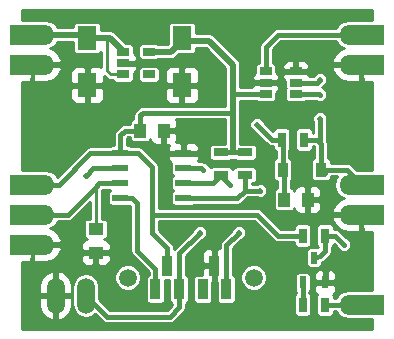
<source format=gtl>
%FSLAX46Y46*%
G04 Gerber Fmt 4.6, Leading zero omitted, Abs format (unit mm)*
G04 Created by KiCad (PCBNEW (2014-10-27 BZR 5228)-product) date 6/17/2015 7:46:51 PM*
%MOMM*%
G01*
G04 APERTURE LIST*
%ADD10C,0.150000*%
%ADD11R,0.910000X1.220000*%
%ADD12R,0.899160X1.699260*%
%ADD13C,1.506220*%
%ADD14O,1.506220X3.014980*%
%ADD15R,0.599440X1.000760*%
%ADD16R,1.600000X2.000000*%
%ADD17R,1.000760X0.701040*%
%ADD18R,1.399540X0.599440*%
%ADD19R,1.270000X1.701800*%
%ADD20O,3.810000X1.701800*%
%ADD21R,0.700000X1.300000*%
%ADD22R,1.300000X0.700000*%
%ADD23R,1.060000X0.650000*%
%ADD24R,1.000000X1.250000*%
%ADD25R,1.250000X1.000000*%
%ADD26C,0.508000*%
%ADD27C,0.381000*%
%ADD28C,0.254000*%
%ADD29C,0.508000*%
G04 APERTURE END LIST*
D10*
D11*
X213725000Y-129540000D03*
X210455000Y-129540000D03*
D12*
X199692260Y-139682220D03*
X200693020Y-137685780D03*
X201693780Y-139682220D03*
X203690220Y-139682220D03*
X205691740Y-139682220D03*
X204690980Y-137685780D03*
D13*
X208026000Y-138684000D03*
X197358000Y-138684000D03*
D14*
X191262000Y-140208000D03*
X193802000Y-140208000D03*
D15*
X212153500Y-139105640D03*
X213106000Y-136992360D03*
X214058500Y-139105640D03*
D16*
X193929000Y-122396000D03*
X193929000Y-118396000D03*
D17*
X211582000Y-121221500D03*
X211582000Y-122174000D03*
X211582000Y-123126500D03*
X209042000Y-123126500D03*
X209042000Y-122174000D03*
X209042000Y-121221500D03*
D18*
X202057000Y-128143000D03*
X196723000Y-128143000D03*
X202057000Y-129413000D03*
X202057000Y-130683000D03*
X202057000Y-131953000D03*
X196723000Y-129413000D03*
X196723000Y-130683000D03*
X196723000Y-131953000D03*
D19*
X187960000Y-118110000D03*
X189230000Y-118110000D03*
D20*
X189260000Y-118110000D03*
D19*
X187960000Y-120650000D03*
X189230000Y-120650000D03*
D20*
X189260000Y-120650000D03*
D19*
X218440000Y-140970000D03*
X217170000Y-140970000D03*
D20*
X217140000Y-140970000D03*
D19*
X218440000Y-130810000D03*
X217170000Y-130810000D03*
D20*
X217140000Y-130810000D03*
D19*
X218440000Y-133350000D03*
X217170000Y-133350000D03*
D20*
X217140000Y-133350000D03*
D19*
X187960000Y-130810000D03*
X189230000Y-130810000D03*
D20*
X189260000Y-130810000D03*
D19*
X187960000Y-133350000D03*
X189230000Y-133350000D03*
D20*
X189260000Y-133350000D03*
D19*
X187960000Y-135890000D03*
X189230000Y-135890000D03*
D20*
X189260000Y-135890000D03*
D21*
X214056000Y-140970000D03*
X212156000Y-140970000D03*
X212156000Y-135128000D03*
X214056000Y-135128000D03*
X212278000Y-127000000D03*
X210378000Y-127000000D03*
D22*
X207264000Y-128082000D03*
X207264000Y-129982000D03*
X205232000Y-129982000D03*
X205232000Y-128082000D03*
D16*
X201930000Y-122396000D03*
X201930000Y-118396000D03*
D23*
X196956500Y-119573000D03*
X196956500Y-120523000D03*
X196956500Y-121473000D03*
X199156500Y-121473000D03*
X199156500Y-119573000D03*
D19*
X218440000Y-118110000D03*
X217170000Y-118110000D03*
D20*
X217140000Y-118110000D03*
D19*
X218440000Y-120650000D03*
X217170000Y-120650000D03*
D20*
X217140000Y-120650000D03*
D24*
X210582000Y-132080000D03*
X212582000Y-132080000D03*
X198390000Y-126238000D03*
X200390000Y-126238000D03*
D25*
X194627500Y-134572500D03*
X194627500Y-136572500D03*
D26*
X208534000Y-131318000D03*
X213614000Y-123190000D03*
X208280000Y-125730000D03*
X193802000Y-130048000D03*
X215646000Y-135890000D03*
X213614000Y-125222000D03*
X203454000Y-134874000D03*
X203708000Y-129540000D03*
X206756000Y-134874000D03*
X205994000Y-130810000D03*
X213614000Y-121920000D03*
D27*
X217140000Y-140970000D02*
X217170000Y-140970000D01*
X214056000Y-140970000D02*
X217170000Y-140970000D01*
X198120000Y-132334000D02*
X198120000Y-136398000D01*
X197739000Y-131953000D02*
X198120000Y-132334000D01*
X196723000Y-131953000D02*
X197739000Y-131953000D01*
X198120000Y-136398000D02*
X199692260Y-137970260D01*
X199692260Y-137970260D02*
X199692260Y-139682220D01*
D28*
X194627500Y-134572500D02*
X194627500Y-131000500D01*
X194627500Y-131000500D02*
X194564000Y-131064000D01*
X194564000Y-131064000D02*
X194564000Y-131191000D01*
X194564000Y-131191000D02*
X194564000Y-131064000D01*
D27*
X194945000Y-130683000D02*
X194564000Y-131064000D01*
X194564000Y-131064000D02*
X192278000Y-133350000D01*
X196723000Y-130683000D02*
X194945000Y-130683000D01*
X192278000Y-133350000D02*
X189230000Y-133350000D01*
X202057000Y-131953000D02*
X206629000Y-131953000D01*
X206629000Y-131953000D02*
X207264000Y-131318000D01*
X207264000Y-131318000D02*
X207264000Y-129982000D01*
X213614000Y-123190000D02*
X213550500Y-123126500D01*
X213550500Y-123126500D02*
X211582000Y-123126500D01*
X207264000Y-131318000D02*
X208534000Y-131318000D01*
X193802000Y-130048000D02*
X194437000Y-129413000D01*
X194437000Y-129413000D02*
X196723000Y-129413000D01*
X210455000Y-127077000D02*
X210378000Y-127000000D01*
X210455000Y-129540000D02*
X210455000Y-127077000D01*
X210582000Y-129667000D02*
X210455000Y-129540000D01*
X210582000Y-132080000D02*
X210582000Y-129667000D01*
X209550000Y-127000000D02*
X208280000Y-125730000D01*
X210378000Y-127000000D02*
X209550000Y-127000000D01*
D29*
X201007000Y-119573000D02*
X201930000Y-118650000D01*
X199156500Y-119573000D02*
X201007000Y-119573000D01*
D27*
X206248000Y-128082000D02*
X207264000Y-128082000D01*
X205232000Y-128082000D02*
X206248000Y-128082000D01*
D29*
X206248000Y-124714000D02*
X206248000Y-128082000D01*
X206248000Y-123190000D02*
X206248000Y-124714000D01*
X206248000Y-120650000D02*
X206248000Y-123190000D01*
X204248000Y-118650000D02*
X206248000Y-120650000D01*
X201930000Y-118650000D02*
X204248000Y-118650000D01*
D27*
X196723000Y-126619000D02*
X197104000Y-126238000D01*
X197104000Y-126238000D02*
X198390000Y-126238000D01*
X196723000Y-128143000D02*
X196723000Y-126619000D01*
X198390000Y-124952000D02*
X198628000Y-124714000D01*
X198628000Y-124714000D02*
X206248000Y-124714000D01*
X198390000Y-126238000D02*
X198390000Y-124952000D01*
X194183000Y-128143000D02*
X191516000Y-130810000D01*
X191516000Y-130810000D02*
X189230000Y-130810000D01*
X196723000Y-128143000D02*
X194183000Y-128143000D01*
X198247000Y-128143000D02*
X199390000Y-129286000D01*
X199390000Y-133350000D02*
X199390000Y-134874000D01*
X199390000Y-129286000D02*
X199390000Y-133350000D01*
X199390000Y-134874000D02*
X200693020Y-136177020D01*
X200693020Y-136177020D02*
X200693020Y-137685780D01*
X196723000Y-128143000D02*
X198247000Y-128143000D01*
X210058000Y-135128000D02*
X208280000Y-133350000D01*
X208280000Y-133350000D02*
X199390000Y-133350000D01*
X212156000Y-135128000D02*
X210058000Y-135128000D01*
X206248000Y-123126500D02*
X206248000Y-123190000D01*
X209042000Y-123126500D02*
X206248000Y-123126500D01*
X215900000Y-129540000D02*
X217170000Y-130810000D01*
X213725000Y-129540000D02*
X215900000Y-129540000D01*
X213725000Y-127365000D02*
X213360000Y-127000000D01*
X213360000Y-127000000D02*
X212278000Y-127000000D01*
X213725000Y-129540000D02*
X213725000Y-127365000D01*
X213654640Y-136865360D02*
X214056000Y-136464000D01*
X214056000Y-136464000D02*
X214056000Y-135128000D01*
X213106000Y-136992360D02*
X213654640Y-136865360D01*
X214056000Y-129871000D02*
X213725000Y-129540000D01*
X214884000Y-135128000D02*
X215646000Y-135890000D01*
X213614000Y-125222000D02*
X213614000Y-127254000D01*
X213614000Y-127254000D02*
X213725000Y-127365000D01*
X214056000Y-135128000D02*
X214884000Y-135128000D01*
X212156000Y-139108140D02*
X212153500Y-139105640D01*
X212156000Y-140970000D02*
X212156000Y-139108140D01*
D29*
X193643000Y-118110000D02*
X193929000Y-118396000D01*
X189230000Y-118110000D02*
X193643000Y-118110000D01*
X196850000Y-119380000D02*
X196956500Y-119573000D01*
X195866000Y-118396000D02*
X196850000Y-119380000D01*
X195580000Y-118396000D02*
X195866000Y-118396000D01*
X193929000Y-118396000D02*
X195580000Y-118396000D01*
D28*
X195895000Y-121473000D02*
X195580000Y-121158000D01*
X195580000Y-121158000D02*
X195580000Y-118396000D01*
X196956500Y-121473000D02*
X195895000Y-121473000D01*
D27*
X201693780Y-136634220D02*
X203454000Y-134874000D01*
X201693780Y-139682220D02*
X201693780Y-136634220D01*
X201693780Y-141206220D02*
X200914000Y-141986000D01*
X200914000Y-141986000D02*
X195580000Y-141986000D01*
X195580000Y-141986000D02*
X193802000Y-140208000D01*
X201693780Y-139682220D02*
X201693780Y-141206220D01*
X203708000Y-129540000D02*
X203581000Y-129413000D01*
X203581000Y-129413000D02*
X202057000Y-129413000D01*
X209042000Y-119126000D02*
X210058000Y-118110000D01*
X210058000Y-118110000D02*
X217170000Y-118110000D01*
X209042000Y-121221500D02*
X209042000Y-119126000D01*
X202057000Y-130683000D02*
X204531000Y-130683000D01*
X204531000Y-130683000D02*
X205232000Y-129982000D01*
X205232000Y-130048000D02*
X205232000Y-129982000D01*
X205691740Y-135938260D02*
X206756000Y-134874000D01*
X205994000Y-130810000D02*
X205232000Y-130048000D01*
X205691740Y-139682220D02*
X205691740Y-135938260D01*
X213614000Y-121920000D02*
X213360000Y-122174000D01*
X213360000Y-122174000D02*
X211582000Y-122174000D01*
D28*
G36*
X218009000Y-143079000D02*
X212887000Y-143079000D01*
X212887000Y-141695785D01*
X212887000Y-141544214D01*
X212887000Y-140244214D01*
X212828996Y-140104180D01*
X212727500Y-140002684D01*
X212727500Y-139870555D01*
X212776216Y-139821839D01*
X212834220Y-139681805D01*
X212834220Y-139530234D01*
X212834220Y-138529474D01*
X212776216Y-138389440D01*
X212669039Y-138282264D01*
X212529005Y-138224260D01*
X212377434Y-138224260D01*
X211777994Y-138224260D01*
X211637960Y-138282264D01*
X211530784Y-138389441D01*
X211472780Y-138529475D01*
X211472780Y-138681046D01*
X211472780Y-139681806D01*
X211530784Y-139821840D01*
X211584500Y-139875555D01*
X211584500Y-140002684D01*
X211483004Y-140104181D01*
X211425000Y-140244215D01*
X211425000Y-140395786D01*
X211425000Y-141695786D01*
X211483004Y-141835820D01*
X211590181Y-141942996D01*
X211730215Y-142001000D01*
X211881786Y-142001000D01*
X212581786Y-142001000D01*
X212721820Y-141942996D01*
X212828996Y-141835819D01*
X212887000Y-141695785D01*
X212887000Y-143079000D01*
X209160307Y-143079000D01*
X209160307Y-138459401D01*
X208988013Y-138042417D01*
X208669261Y-137723109D01*
X208252578Y-137550087D01*
X207801401Y-137549693D01*
X207391110Y-137719221D01*
X207391110Y-134748245D01*
X207294640Y-134514772D01*
X207116168Y-134335987D01*
X206882863Y-134239111D01*
X206630245Y-134238890D01*
X206396772Y-134335360D01*
X206217987Y-134513832D01*
X206154109Y-134667667D01*
X205287628Y-135534148D01*
X205163743Y-135719556D01*
X205156525Y-135755842D01*
X205120239Y-135938260D01*
X205120240Y-135938265D01*
X205120240Y-136201150D01*
X204976730Y-136201150D01*
X204817980Y-136359900D01*
X204817980Y-137558780D01*
X204837980Y-137558780D01*
X204837980Y-137812780D01*
X204817980Y-137812780D01*
X204817980Y-139011660D01*
X204861160Y-139054840D01*
X204861160Y-140607636D01*
X204919164Y-140747670D01*
X205026341Y-140854846D01*
X205166375Y-140912850D01*
X205317946Y-140912850D01*
X206217106Y-140912850D01*
X206357140Y-140854846D01*
X206464316Y-140747669D01*
X206522320Y-140607635D01*
X206522320Y-140456064D01*
X206522320Y-138756804D01*
X206464316Y-138616770D01*
X206357139Y-138509594D01*
X206263240Y-138470699D01*
X206263240Y-136174983D01*
X206962460Y-135475762D01*
X207115228Y-135412640D01*
X207294013Y-135234168D01*
X207390889Y-135000863D01*
X207391110Y-134748245D01*
X207391110Y-137719221D01*
X207384417Y-137721987D01*
X207065109Y-138040739D01*
X206892087Y-138457422D01*
X206891693Y-138908599D01*
X207063987Y-139325583D01*
X207382739Y-139644891D01*
X207799422Y-139817913D01*
X208250599Y-139818307D01*
X208667583Y-139646013D01*
X208986891Y-139327261D01*
X209159913Y-138910578D01*
X209160307Y-138459401D01*
X209160307Y-143079000D01*
X204563980Y-143079000D01*
X204563980Y-139011660D01*
X204563980Y-137812780D01*
X204563980Y-137558780D01*
X204563980Y-136359900D01*
X204405230Y-136201150D01*
X204115091Y-136201150D01*
X203881702Y-136297823D01*
X203703073Y-136476451D01*
X203606400Y-136709840D01*
X203606400Y-136962459D01*
X203606400Y-137400030D01*
X203765150Y-137558780D01*
X204563980Y-137558780D01*
X204563980Y-137812780D01*
X203765150Y-137812780D01*
X203606400Y-137971530D01*
X203606400Y-138409101D01*
X203606400Y-138451590D01*
X203164854Y-138451590D01*
X203024820Y-138509594D01*
X202917644Y-138616771D01*
X202859640Y-138756805D01*
X202859640Y-138908376D01*
X202859640Y-140607636D01*
X202917644Y-140747670D01*
X203024821Y-140854846D01*
X203164855Y-140912850D01*
X203316426Y-140912850D01*
X204215586Y-140912850D01*
X204355620Y-140854846D01*
X204462796Y-140747669D01*
X204520800Y-140607635D01*
X204520800Y-140456064D01*
X204520800Y-139054840D01*
X204563980Y-139011660D01*
X204563980Y-143079000D01*
X192650110Y-143079000D01*
X192650110Y-141089380D01*
X192650110Y-140335000D01*
X192650110Y-140081000D01*
X192650110Y-139326620D01*
X192495846Y-138805081D01*
X192153740Y-138382276D01*
X191756469Y-138166373D01*
X191756469Y-136247032D01*
X191635159Y-136017000D01*
X190341250Y-136017000D01*
X189387000Y-136017000D01*
X189357000Y-136017000D01*
X189357000Y-137217150D01*
X189387000Y-137247150D01*
X189387000Y-137375900D01*
X189515750Y-137375900D01*
X189738691Y-137375900D01*
X189991310Y-137375900D01*
X190441100Y-137375900D01*
X191000062Y-137214192D01*
X191454593Y-136850888D01*
X191735494Y-136341297D01*
X191756469Y-136247032D01*
X191756469Y-138166373D01*
X191675875Y-138122573D01*
X191603674Y-138108217D01*
X191389000Y-138230838D01*
X191389000Y-140081000D01*
X192650110Y-140081000D01*
X192650110Y-140335000D01*
X191389000Y-140335000D01*
X191389000Y-142185162D01*
X191603674Y-142307783D01*
X191675875Y-142293427D01*
X192153740Y-142033724D01*
X192495846Y-141610919D01*
X192650110Y-141089380D01*
X192650110Y-143079000D01*
X191135000Y-143079000D01*
X191135000Y-142185162D01*
X191135000Y-140335000D01*
X191135000Y-140081000D01*
X191135000Y-138230838D01*
X190920326Y-138108217D01*
X190848125Y-138122573D01*
X190370260Y-138382276D01*
X190028154Y-138805081D01*
X189873890Y-139326620D01*
X189873890Y-140081000D01*
X191135000Y-140081000D01*
X191135000Y-140335000D01*
X189873890Y-140335000D01*
X189873890Y-141089380D01*
X190028154Y-141610919D01*
X190370260Y-142033724D01*
X190848125Y-142293427D01*
X190920326Y-142307783D01*
X191135000Y-142185162D01*
X191135000Y-143079000D01*
X188391000Y-143079000D01*
X188391000Y-137375900D01*
X188468690Y-137375900D01*
X188468691Y-137375900D01*
X188721309Y-137375900D01*
X188721310Y-137375900D01*
X188944250Y-137375900D01*
X189133000Y-137375900D01*
X189133000Y-137100925D01*
X189133327Y-137100598D01*
X189230000Y-136867209D01*
X189230000Y-136175750D01*
X189133000Y-136078750D01*
X189133000Y-136017000D01*
X189113000Y-136017000D01*
X189113000Y-135763000D01*
X189133000Y-135763000D01*
X189133000Y-135743000D01*
X189357000Y-135743000D01*
X189357000Y-135763000D01*
X189387000Y-135763000D01*
X190341250Y-135763000D01*
X191635159Y-135763000D01*
X191756469Y-135532968D01*
X191735494Y-135438703D01*
X191454593Y-134929112D01*
X191000062Y-134565808D01*
X190771788Y-134499768D01*
X190830313Y-134488127D01*
X191229970Y-134221085D01*
X191430146Y-133921500D01*
X192277994Y-133921500D01*
X192278000Y-133921501D01*
X192278000Y-133921500D01*
X192460417Y-133885214D01*
X192496703Y-133877997D01*
X192496704Y-133877997D01*
X192682112Y-133754112D01*
X194119500Y-132316723D01*
X194119500Y-133691500D01*
X193926714Y-133691500D01*
X193786680Y-133749504D01*
X193679504Y-133856681D01*
X193621500Y-133996715D01*
X193621500Y-134148286D01*
X193621500Y-135148286D01*
X193679504Y-135288320D01*
X193786681Y-135395496D01*
X193888087Y-135437500D01*
X193876190Y-135437500D01*
X193642801Y-135534173D01*
X193464173Y-135712802D01*
X193367500Y-135946191D01*
X193367500Y-136286750D01*
X193526250Y-136445500D01*
X194500500Y-136445500D01*
X194500500Y-136425500D01*
X194754500Y-136425500D01*
X194754500Y-136445500D01*
X195728750Y-136445500D01*
X195887500Y-136286750D01*
X195887500Y-135946191D01*
X195790827Y-135712802D01*
X195612199Y-135534173D01*
X195378810Y-135437500D01*
X195366913Y-135437500D01*
X195468320Y-135395496D01*
X195575496Y-135288319D01*
X195633500Y-135148285D01*
X195633500Y-134996714D01*
X195633500Y-133996714D01*
X195575496Y-133856680D01*
X195468319Y-133749504D01*
X195328285Y-133691500D01*
X195176714Y-133691500D01*
X195135500Y-133691500D01*
X195135500Y-131300723D01*
X195181723Y-131254500D01*
X195756194Y-131254500D01*
X195807411Y-131305716D01*
X195837066Y-131317999D01*
X195807410Y-131330284D01*
X195700234Y-131437461D01*
X195642230Y-131577495D01*
X195642230Y-131729066D01*
X195642230Y-132328506D01*
X195700234Y-132468540D01*
X195807411Y-132575716D01*
X195947445Y-132633720D01*
X196099016Y-132633720D01*
X197498556Y-132633720D01*
X197548500Y-132613032D01*
X197548500Y-136397994D01*
X197548499Y-136398000D01*
X197584785Y-136580417D01*
X197592003Y-136616704D01*
X197715888Y-136802112D01*
X199120760Y-138206983D01*
X199120760Y-138470699D01*
X199026860Y-138509594D01*
X198919684Y-138616771D01*
X198861680Y-138756805D01*
X198861680Y-138908376D01*
X198861680Y-140607636D01*
X198919684Y-140747670D01*
X199026861Y-140854846D01*
X199166895Y-140912850D01*
X199318466Y-140912850D01*
X200217626Y-140912850D01*
X200357660Y-140854846D01*
X200464836Y-140747669D01*
X200522840Y-140607635D01*
X200522840Y-140456064D01*
X200522840Y-138916410D01*
X200863200Y-138916410D01*
X200863200Y-140607636D01*
X200921204Y-140747670D01*
X201028381Y-140854846D01*
X201122280Y-140893740D01*
X201122280Y-140969496D01*
X200677276Y-141414500D01*
X198492307Y-141414500D01*
X198492307Y-138459401D01*
X198320013Y-138042417D01*
X198001261Y-137723109D01*
X197584578Y-137550087D01*
X197133401Y-137549693D01*
X196716417Y-137721987D01*
X196397109Y-138040739D01*
X196224087Y-138457422D01*
X196223693Y-138908599D01*
X196395987Y-139325583D01*
X196714739Y-139644891D01*
X197131422Y-139817913D01*
X197582599Y-139818307D01*
X197999583Y-139646013D01*
X198318891Y-139327261D01*
X198491913Y-138910578D01*
X198492307Y-138459401D01*
X198492307Y-141414500D01*
X195887500Y-141414500D01*
X195887500Y-137198809D01*
X195887500Y-136858250D01*
X195728750Y-136699500D01*
X194754500Y-136699500D01*
X194754500Y-137548750D01*
X194913250Y-137707500D01*
X195126191Y-137707500D01*
X195378810Y-137707500D01*
X195612199Y-137610827D01*
X195790827Y-137432198D01*
X195887500Y-137198809D01*
X195887500Y-141414500D01*
X195816723Y-141414500D01*
X194936110Y-140533886D01*
X194936110Y-139416622D01*
X194849781Y-138982617D01*
X194603937Y-138614685D01*
X194500500Y-138545570D01*
X194500500Y-137548750D01*
X194500500Y-136699500D01*
X193526250Y-136699500D01*
X193367500Y-136858250D01*
X193367500Y-137198809D01*
X193464173Y-137432198D01*
X193642801Y-137610827D01*
X193876190Y-137707500D01*
X194128809Y-137707500D01*
X194341750Y-137707500D01*
X194500500Y-137548750D01*
X194500500Y-138545570D01*
X194236005Y-138368841D01*
X193802000Y-138282512D01*
X193367995Y-138368841D01*
X193000063Y-138614685D01*
X192754219Y-138982617D01*
X192667890Y-139416622D01*
X192667890Y-140999378D01*
X192754219Y-141433383D01*
X193000063Y-141801315D01*
X193367995Y-142047159D01*
X193802000Y-142133488D01*
X194236005Y-142047159D01*
X194593838Y-141808062D01*
X195175885Y-142390108D01*
X195175888Y-142390112D01*
X195175889Y-142390112D01*
X195299774Y-142472889D01*
X195361296Y-142513997D01*
X195361297Y-142513998D01*
X195580000Y-142557501D01*
X195580000Y-142557500D01*
X195580005Y-142557500D01*
X200913994Y-142557500D01*
X200914000Y-142557501D01*
X200914000Y-142557500D01*
X201096417Y-142521214D01*
X201132703Y-142513997D01*
X201132704Y-142513997D01*
X201318112Y-142390112D01*
X202097888Y-141610334D01*
X202097891Y-141610332D01*
X202097892Y-141610332D01*
X202221777Y-141424924D01*
X202221777Y-141424923D01*
X202265280Y-141206220D01*
X202265280Y-140893740D01*
X202359180Y-140854846D01*
X202466356Y-140747669D01*
X202524360Y-140607635D01*
X202524360Y-140456064D01*
X202524360Y-138756804D01*
X202466356Y-138616770D01*
X202359179Y-138509594D01*
X202265280Y-138470699D01*
X202265280Y-136870944D01*
X203660461Y-135475762D01*
X203813228Y-135412640D01*
X203992013Y-135234168D01*
X204088889Y-135000863D01*
X204089110Y-134748245D01*
X203992640Y-134514772D01*
X203814168Y-134335987D01*
X203580863Y-134239111D01*
X203328245Y-134238890D01*
X203094772Y-134335360D01*
X202915987Y-134513832D01*
X202852110Y-134667665D01*
X201289668Y-136230108D01*
X201264520Y-136267744D01*
X201264520Y-136177025D01*
X201264520Y-136177020D01*
X201264521Y-136177020D01*
X201221018Y-135958317D01*
X201221017Y-135958316D01*
X201179909Y-135896794D01*
X201097132Y-135772909D01*
X201097132Y-135772908D01*
X201097128Y-135772905D01*
X199961500Y-134637276D01*
X199961500Y-133921500D01*
X208043276Y-133921500D01*
X209653885Y-135532108D01*
X209653888Y-135532112D01*
X209653889Y-135532112D01*
X209777774Y-135614889D01*
X209839296Y-135655997D01*
X209839297Y-135655998D01*
X210058000Y-135699501D01*
X210058000Y-135699500D01*
X210058005Y-135699500D01*
X211425000Y-135699500D01*
X211425000Y-135853786D01*
X211483004Y-135993820D01*
X211590181Y-136100996D01*
X211730215Y-136159000D01*
X211881786Y-136159000D01*
X212581786Y-136159000D01*
X212721820Y-136100996D01*
X212828996Y-135993819D01*
X212887000Y-135853785D01*
X212887000Y-135702214D01*
X212887000Y-134402214D01*
X212828996Y-134262180D01*
X212721819Y-134155004D01*
X212581785Y-134097000D01*
X212455000Y-134097000D01*
X212455000Y-133181250D01*
X212455000Y-132207000D01*
X212435000Y-132207000D01*
X212435000Y-131953000D01*
X212455000Y-131953000D01*
X212455000Y-130978750D01*
X212296250Y-130820000D01*
X211955691Y-130820000D01*
X211722302Y-130916673D01*
X211543673Y-131095301D01*
X211447000Y-131328690D01*
X211447000Y-131340586D01*
X211404996Y-131239180D01*
X211297819Y-131132004D01*
X211157785Y-131074000D01*
X211153500Y-131074000D01*
X211153500Y-130445315D01*
X211232996Y-130365819D01*
X211291000Y-130225785D01*
X211291000Y-130074214D01*
X211291000Y-128854214D01*
X211232996Y-128714180D01*
X211125819Y-128607004D01*
X211026500Y-128565864D01*
X211026500Y-127890315D01*
X211050996Y-127865819D01*
X211109000Y-127725785D01*
X211109000Y-127574214D01*
X211109000Y-126274214D01*
X211050996Y-126134180D01*
X210943819Y-126027004D01*
X210803785Y-125969000D01*
X210652214Y-125969000D01*
X209952214Y-125969000D01*
X209812180Y-126027004D01*
X209705004Y-126134181D01*
X209647000Y-126274215D01*
X209647000Y-126288776D01*
X208881762Y-125523538D01*
X208818640Y-125370772D01*
X208640168Y-125191987D01*
X208406863Y-125095111D01*
X208154245Y-125094890D01*
X207920772Y-125191360D01*
X207741987Y-125369832D01*
X207645111Y-125603137D01*
X207644890Y-125855755D01*
X207741360Y-126089228D01*
X207919832Y-126268013D01*
X208073666Y-126331890D01*
X209145885Y-127404108D01*
X209145888Y-127404112D01*
X209331296Y-127527997D01*
X209331297Y-127527997D01*
X209367582Y-127535214D01*
X209550000Y-127571501D01*
X209550000Y-127571500D01*
X209550005Y-127571500D01*
X209647000Y-127571500D01*
X209647000Y-127725786D01*
X209705004Y-127865820D01*
X209812181Y-127972996D01*
X209883500Y-128002537D01*
X209883500Y-128565864D01*
X209784180Y-128607004D01*
X209677004Y-128714181D01*
X209619000Y-128854215D01*
X209619000Y-129005786D01*
X209619000Y-130225786D01*
X209677004Y-130365820D01*
X209784181Y-130472996D01*
X209924215Y-130531000D01*
X210010500Y-130531000D01*
X210010500Y-131074000D01*
X210006214Y-131074000D01*
X209866180Y-131132004D01*
X209759004Y-131239181D01*
X209701000Y-131379215D01*
X209701000Y-131530786D01*
X209701000Y-132780786D01*
X209759004Y-132920820D01*
X209866181Y-133027996D01*
X210006215Y-133086000D01*
X210157786Y-133086000D01*
X211157786Y-133086000D01*
X211297820Y-133027996D01*
X211404996Y-132920819D01*
X211447000Y-132819412D01*
X211447000Y-132831310D01*
X211543673Y-133064699D01*
X211722302Y-133243327D01*
X211955691Y-133340000D01*
X212296250Y-133340000D01*
X212455000Y-133181250D01*
X212455000Y-134097000D01*
X212430214Y-134097000D01*
X211730214Y-134097000D01*
X211590180Y-134155004D01*
X211483004Y-134262181D01*
X211425000Y-134402215D01*
X211425000Y-134553786D01*
X211425000Y-134556500D01*
X210294723Y-134556500D01*
X209169110Y-133430886D01*
X209169110Y-131192245D01*
X209072640Y-130958772D01*
X208894168Y-130779987D01*
X208660863Y-130683111D01*
X208408245Y-130682890D01*
X208254298Y-130746500D01*
X207835500Y-130746500D01*
X207835500Y-130713000D01*
X207989786Y-130713000D01*
X208129820Y-130654996D01*
X208236996Y-130547819D01*
X208295000Y-130407785D01*
X208295000Y-130256214D01*
X208295000Y-129556214D01*
X208236996Y-129416180D01*
X208129819Y-129309004D01*
X207989785Y-129251000D01*
X207838214Y-129251000D01*
X206538214Y-129251000D01*
X206398180Y-129309004D01*
X206291004Y-129416181D01*
X206248000Y-129520001D01*
X206204996Y-129416180D01*
X206097819Y-129309004D01*
X205957785Y-129251000D01*
X205806214Y-129251000D01*
X204506214Y-129251000D01*
X204366180Y-129309004D01*
X204319084Y-129356099D01*
X204246640Y-129180772D01*
X204068168Y-129001987D01*
X203834863Y-128905111D01*
X203829791Y-128905106D01*
X203829790Y-128905106D01*
X203799704Y-128885003D01*
X203763417Y-128877785D01*
X203581000Y-128841499D01*
X203580994Y-128841500D01*
X203256015Y-128841500D01*
X203295097Y-128802418D01*
X203391770Y-128569029D01*
X203391770Y-128428750D01*
X203391770Y-127857250D01*
X203391770Y-127716971D01*
X203295097Y-127483582D01*
X203116469Y-127304953D01*
X202883080Y-127208280D01*
X202630461Y-127208280D01*
X202342750Y-127208280D01*
X202184000Y-127367030D01*
X202184000Y-128016000D01*
X203233020Y-128016000D01*
X203391770Y-127857250D01*
X203391770Y-128428750D01*
X203233020Y-128270000D01*
X202184000Y-128270000D01*
X202184000Y-128290000D01*
X201930000Y-128290000D01*
X201930000Y-128270000D01*
X201930000Y-128016000D01*
X201930000Y-127367030D01*
X201771250Y-127208280D01*
X201483539Y-127208280D01*
X201434299Y-127208280D01*
X201525000Y-126989310D01*
X201525000Y-126736691D01*
X201525000Y-126523750D01*
X201366250Y-126365000D01*
X200517000Y-126365000D01*
X200517000Y-127339250D01*
X200675750Y-127498000D01*
X200812930Y-127498000D01*
X200722230Y-127716971D01*
X200722230Y-127857250D01*
X200880980Y-128016000D01*
X201930000Y-128016000D01*
X201930000Y-128270000D01*
X200880980Y-128270000D01*
X200722230Y-128428750D01*
X200722230Y-128569029D01*
X200818903Y-128802418D01*
X200997531Y-128981047D01*
X200999306Y-128981782D01*
X200976230Y-129037495D01*
X200976230Y-129189066D01*
X200976230Y-129788506D01*
X201034234Y-129928540D01*
X201141411Y-130035716D01*
X201171066Y-130047999D01*
X201141410Y-130060284D01*
X201034234Y-130167461D01*
X200976230Y-130307495D01*
X200976230Y-130459066D01*
X200976230Y-131058506D01*
X201034234Y-131198540D01*
X201141411Y-131305716D01*
X201171066Y-131317999D01*
X201141410Y-131330284D01*
X201034234Y-131437461D01*
X200976230Y-131577495D01*
X200976230Y-131729066D01*
X200976230Y-132328506D01*
X201034234Y-132468540D01*
X201141411Y-132575716D01*
X201281445Y-132633720D01*
X201433016Y-132633720D01*
X202832556Y-132633720D01*
X202972590Y-132575716D01*
X203023805Y-132524500D01*
X206628994Y-132524500D01*
X206629000Y-132524501D01*
X206629000Y-132524500D01*
X206811417Y-132488214D01*
X206847703Y-132480997D01*
X206847704Y-132480997D01*
X207033112Y-132357112D01*
X207500723Y-131889500D01*
X208254478Y-131889500D01*
X208407137Y-131952889D01*
X208659755Y-131953110D01*
X208893228Y-131856640D01*
X209072013Y-131678168D01*
X209168889Y-131444863D01*
X209169110Y-131192245D01*
X209169110Y-133430886D01*
X208684112Y-132945888D01*
X208498704Y-132822003D01*
X208462417Y-132814785D01*
X208280000Y-132778499D01*
X208279994Y-132778500D01*
X199961500Y-132778500D01*
X199961500Y-129286005D01*
X199961500Y-129286000D01*
X199961501Y-129286000D01*
X199925214Y-129103582D01*
X199917997Y-129067297D01*
X199917997Y-129067296D01*
X199794112Y-128881888D01*
X199794108Y-128881885D01*
X198651112Y-127738888D01*
X198465704Y-127615003D01*
X198429417Y-127607785D01*
X198247000Y-127571499D01*
X198246994Y-127571500D01*
X197689805Y-127571500D01*
X197638589Y-127520284D01*
X197498555Y-127462280D01*
X197346984Y-127462280D01*
X197294500Y-127462280D01*
X197294500Y-126855723D01*
X197340723Y-126809500D01*
X197509000Y-126809500D01*
X197509000Y-126938786D01*
X197567004Y-127078820D01*
X197674181Y-127185996D01*
X197814215Y-127244000D01*
X197965786Y-127244000D01*
X198965786Y-127244000D01*
X199105820Y-127185996D01*
X199212996Y-127078819D01*
X199255000Y-126977412D01*
X199255000Y-126989310D01*
X199351673Y-127222699D01*
X199530302Y-127401327D01*
X199763691Y-127498000D01*
X200104250Y-127498000D01*
X200263000Y-127339250D01*
X200263000Y-126365000D01*
X200243000Y-126365000D01*
X200243000Y-126111000D01*
X200263000Y-126111000D01*
X200263000Y-126091000D01*
X200517000Y-126091000D01*
X200517000Y-126111000D01*
X201366250Y-126111000D01*
X201525000Y-125952250D01*
X201525000Y-125739309D01*
X201525000Y-125486690D01*
X201441664Y-125285500D01*
X205613000Y-125285500D01*
X205613000Y-127351000D01*
X204506214Y-127351000D01*
X204366180Y-127409004D01*
X204259004Y-127516181D01*
X204201000Y-127656215D01*
X204201000Y-127807786D01*
X204201000Y-128507786D01*
X204259004Y-128647820D01*
X204366181Y-128754996D01*
X204506215Y-128813000D01*
X204657786Y-128813000D01*
X205957786Y-128813000D01*
X206097820Y-128754996D01*
X206154427Y-128698387D01*
X206248000Y-128717000D01*
X206341572Y-128698387D01*
X206398181Y-128754996D01*
X206538215Y-128813000D01*
X206689786Y-128813000D01*
X207989786Y-128813000D01*
X208129820Y-128754996D01*
X208236996Y-128647819D01*
X208295000Y-128507785D01*
X208295000Y-128356214D01*
X208295000Y-127656214D01*
X208236996Y-127516180D01*
X208129819Y-127409004D01*
X207989785Y-127351000D01*
X207838214Y-127351000D01*
X206883000Y-127351000D01*
X206883000Y-124714000D01*
X206883000Y-123698000D01*
X208223784Y-123698000D01*
X208325801Y-123800016D01*
X208465835Y-123858020D01*
X208617406Y-123858020D01*
X209618166Y-123858020D01*
X209758200Y-123800016D01*
X209865376Y-123692839D01*
X209923380Y-123552805D01*
X209923380Y-123401234D01*
X209923380Y-123041545D01*
X210080707Y-122884218D01*
X210177380Y-122650829D01*
X210177380Y-122459750D01*
X210018630Y-122301000D01*
X209169000Y-122301000D01*
X209169000Y-122321000D01*
X208915000Y-122321000D01*
X208915000Y-122301000D01*
X208065370Y-122301000D01*
X207906620Y-122459750D01*
X207906620Y-122555000D01*
X206883000Y-122555000D01*
X206883000Y-120650000D01*
X206834664Y-120406996D01*
X206697013Y-120200987D01*
X204697013Y-118200987D01*
X204491004Y-118063336D01*
X204248000Y-118015000D01*
X203111000Y-118015000D01*
X203111000Y-117320214D01*
X203052996Y-117180180D01*
X202945819Y-117073004D01*
X202805785Y-117015000D01*
X202654214Y-117015000D01*
X201054214Y-117015000D01*
X200914180Y-117073004D01*
X200807004Y-117180181D01*
X200749000Y-117320215D01*
X200749000Y-117471786D01*
X200749000Y-118932974D01*
X200743974Y-118938000D01*
X199915315Y-118938000D01*
X199902319Y-118925004D01*
X199762285Y-118867000D01*
X199610714Y-118867000D01*
X198550714Y-118867000D01*
X198410680Y-118925004D01*
X198303504Y-119032181D01*
X198245500Y-119172215D01*
X198245500Y-119323786D01*
X198245500Y-119973786D01*
X198303504Y-120113820D01*
X198410681Y-120220996D01*
X198550715Y-120279000D01*
X198702286Y-120279000D01*
X199762286Y-120279000D01*
X199902320Y-120220996D01*
X199915315Y-120208000D01*
X201007000Y-120208000D01*
X201250004Y-120159664D01*
X201456013Y-120022013D01*
X201701026Y-119777000D01*
X202805786Y-119777000D01*
X202945820Y-119718996D01*
X203052996Y-119611819D01*
X203111000Y-119471785D01*
X203111000Y-119320214D01*
X203111000Y-119285000D01*
X203984974Y-119285000D01*
X205613000Y-120913026D01*
X205613000Y-123190000D01*
X205613000Y-124142500D01*
X203365000Y-124142500D01*
X203365000Y-123522309D01*
X203365000Y-122681750D01*
X203365000Y-122110250D01*
X203365000Y-121269691D01*
X203268327Y-121036302D01*
X203089699Y-120857673D01*
X202856310Y-120761000D01*
X202603691Y-120761000D01*
X202215750Y-120761000D01*
X202057000Y-120919750D01*
X202057000Y-122269000D01*
X203206250Y-122269000D01*
X203365000Y-122110250D01*
X203365000Y-122681750D01*
X203206250Y-122523000D01*
X202057000Y-122523000D01*
X202057000Y-123872250D01*
X202215750Y-124031000D01*
X202603691Y-124031000D01*
X202856310Y-124031000D01*
X203089699Y-123934327D01*
X203268327Y-123755698D01*
X203365000Y-123522309D01*
X203365000Y-124142500D01*
X201803000Y-124142500D01*
X201803000Y-123872250D01*
X201803000Y-122523000D01*
X201803000Y-122269000D01*
X201803000Y-120919750D01*
X201644250Y-120761000D01*
X201256309Y-120761000D01*
X201003690Y-120761000D01*
X200770301Y-120857673D01*
X200591673Y-121036302D01*
X200495000Y-121269691D01*
X200495000Y-122110250D01*
X200653750Y-122269000D01*
X201803000Y-122269000D01*
X201803000Y-122523000D01*
X200653750Y-122523000D01*
X200495000Y-122681750D01*
X200495000Y-123522309D01*
X200591673Y-123755698D01*
X200770301Y-123934327D01*
X201003690Y-124031000D01*
X201256309Y-124031000D01*
X201644250Y-124031000D01*
X201803000Y-123872250D01*
X201803000Y-124142500D01*
X200067500Y-124142500D01*
X200067500Y-121873785D01*
X200067500Y-121722214D01*
X200067500Y-121072214D01*
X200009496Y-120932180D01*
X199902319Y-120825004D01*
X199762285Y-120767000D01*
X199610714Y-120767000D01*
X198550714Y-120767000D01*
X198410680Y-120825004D01*
X198303504Y-120932181D01*
X198245500Y-121072215D01*
X198245500Y-121223786D01*
X198245500Y-121873786D01*
X198303504Y-122013820D01*
X198410681Y-122120996D01*
X198550715Y-122179000D01*
X198702286Y-122179000D01*
X199762286Y-122179000D01*
X199902320Y-122120996D01*
X200009496Y-122013819D01*
X200067500Y-121873785D01*
X200067500Y-124142500D01*
X198628005Y-124142500D01*
X198628000Y-124142499D01*
X198445582Y-124178785D01*
X198409296Y-124186003D01*
X198223888Y-124309888D01*
X198223885Y-124309891D01*
X197985888Y-124547888D01*
X197862003Y-124733296D01*
X197854785Y-124769582D01*
X197818499Y-124952000D01*
X197818500Y-124952005D01*
X197818500Y-125232000D01*
X197814214Y-125232000D01*
X197674180Y-125290004D01*
X197567004Y-125397181D01*
X197509000Y-125537215D01*
X197509000Y-125666500D01*
X197104000Y-125666500D01*
X196885296Y-125710003D01*
X196699888Y-125833888D01*
X196699885Y-125833891D01*
X196318888Y-126214888D01*
X196195003Y-126400296D01*
X196187785Y-126436582D01*
X196151499Y-126619000D01*
X196151500Y-126619005D01*
X196151500Y-127462280D01*
X195947444Y-127462280D01*
X195807410Y-127520284D01*
X195756194Y-127571500D01*
X195364000Y-127571500D01*
X195364000Y-123522309D01*
X195364000Y-122681750D01*
X195205250Y-122523000D01*
X194056000Y-122523000D01*
X194056000Y-123872250D01*
X194214750Y-124031000D01*
X194602691Y-124031000D01*
X194855310Y-124031000D01*
X195088699Y-123934327D01*
X195267327Y-123755698D01*
X195364000Y-123522309D01*
X195364000Y-127571500D01*
X194183005Y-127571500D01*
X194183000Y-127571499D01*
X193964297Y-127615002D01*
X193902774Y-127656110D01*
X193802000Y-127723445D01*
X193802000Y-123872250D01*
X193802000Y-122523000D01*
X193802000Y-122269000D01*
X193802000Y-120919750D01*
X193643250Y-120761000D01*
X193255309Y-120761000D01*
X193002690Y-120761000D01*
X192769301Y-120857673D01*
X192590673Y-121036302D01*
X192494000Y-121269691D01*
X192494000Y-122110250D01*
X192652750Y-122269000D01*
X193802000Y-122269000D01*
X193802000Y-122523000D01*
X192652750Y-122523000D01*
X192494000Y-122681750D01*
X192494000Y-123522309D01*
X192590673Y-123755698D01*
X192769301Y-123934327D01*
X193002690Y-124031000D01*
X193255309Y-124031000D01*
X193643250Y-124031000D01*
X193802000Y-123872250D01*
X193802000Y-127723445D01*
X193778888Y-127738888D01*
X193778885Y-127738891D01*
X191756469Y-129761307D01*
X191756469Y-121007032D01*
X191635159Y-120777000D01*
X190341250Y-120777000D01*
X189387000Y-120777000D01*
X189357000Y-120777000D01*
X189357000Y-121977150D01*
X189387000Y-122007150D01*
X189387000Y-122135900D01*
X189515750Y-122135900D01*
X189738691Y-122135900D01*
X189991310Y-122135900D01*
X190441100Y-122135900D01*
X191000062Y-121974192D01*
X191454593Y-121610888D01*
X191735494Y-121101297D01*
X191756469Y-121007032D01*
X191756469Y-129761307D01*
X191369716Y-130148060D01*
X191229970Y-129938915D01*
X190830313Y-129671873D01*
X190358885Y-129578100D01*
X189940785Y-129578100D01*
X189789214Y-129578100D01*
X188670785Y-129578100D01*
X188519214Y-129578100D01*
X188391000Y-129578100D01*
X188391000Y-122135900D01*
X188468690Y-122135900D01*
X188468691Y-122135900D01*
X188721309Y-122135900D01*
X188721310Y-122135900D01*
X188944250Y-122135900D01*
X189133000Y-122135900D01*
X189133000Y-121860925D01*
X189133327Y-121860598D01*
X189230000Y-121627209D01*
X189230000Y-120935750D01*
X189133000Y-120838750D01*
X189133000Y-120777000D01*
X189113000Y-120777000D01*
X189113000Y-120523000D01*
X189133000Y-120523000D01*
X189133000Y-120503000D01*
X189357000Y-120503000D01*
X189357000Y-120523000D01*
X189387000Y-120523000D01*
X190341250Y-120523000D01*
X191635159Y-120523000D01*
X191756469Y-120292968D01*
X191735494Y-120198703D01*
X191454593Y-119689112D01*
X191000062Y-119325808D01*
X190771788Y-119259768D01*
X190830313Y-119248127D01*
X191229970Y-118981085D01*
X191387716Y-118745000D01*
X192748000Y-118745000D01*
X192748000Y-119471786D01*
X192806004Y-119611820D01*
X192913181Y-119718996D01*
X193053215Y-119777000D01*
X193204786Y-119777000D01*
X194804786Y-119777000D01*
X194944820Y-119718996D01*
X195051996Y-119611819D01*
X195072000Y-119563525D01*
X195072000Y-120850756D01*
X194855310Y-120761000D01*
X194602691Y-120761000D01*
X194214750Y-120761000D01*
X194056000Y-120919750D01*
X194056000Y-122269000D01*
X195205250Y-122269000D01*
X195364000Y-122110250D01*
X195364000Y-121660420D01*
X195535790Y-121832210D01*
X195700596Y-121942331D01*
X195700597Y-121942331D01*
X195732849Y-121948746D01*
X195895000Y-121981000D01*
X196089909Y-121981000D01*
X196103504Y-122013820D01*
X196210681Y-122120996D01*
X196350715Y-122179000D01*
X196502286Y-122179000D01*
X197562286Y-122179000D01*
X197702320Y-122120996D01*
X197809496Y-122013819D01*
X197867500Y-121873785D01*
X197867500Y-121722214D01*
X197867500Y-121365025D01*
X198024827Y-121207699D01*
X198121500Y-120974310D01*
X198121500Y-120808750D01*
X197962750Y-120650000D01*
X197083500Y-120650000D01*
X197083500Y-120670000D01*
X196829500Y-120670000D01*
X196829500Y-120650000D01*
X196809500Y-120650000D01*
X196809500Y-120396000D01*
X196829500Y-120396000D01*
X196829500Y-120376000D01*
X197083500Y-120376000D01*
X197083500Y-120396000D01*
X197962750Y-120396000D01*
X198121500Y-120237250D01*
X198121500Y-120071690D01*
X198024827Y-119838301D01*
X197867500Y-119680974D01*
X197867500Y-119172214D01*
X197809496Y-119032180D01*
X197702319Y-118925004D01*
X197562285Y-118867000D01*
X197410714Y-118867000D01*
X197235026Y-118867000D01*
X196315013Y-117946987D01*
X196109004Y-117809336D01*
X195866000Y-117761000D01*
X195580000Y-117761000D01*
X195110000Y-117761000D01*
X195110000Y-117320214D01*
X195051996Y-117180180D01*
X194944819Y-117073004D01*
X194804785Y-117015000D01*
X194653214Y-117015000D01*
X193053214Y-117015000D01*
X192913180Y-117073004D01*
X192806004Y-117180181D01*
X192748000Y-117320215D01*
X192748000Y-117471786D01*
X192748000Y-117475000D01*
X191387716Y-117475000D01*
X191229970Y-117238915D01*
X190830313Y-116971873D01*
X190358885Y-116878100D01*
X189940785Y-116878100D01*
X189789214Y-116878100D01*
X188670785Y-116878100D01*
X188519214Y-116878100D01*
X188391000Y-116878100D01*
X188391000Y-116001000D01*
X218009000Y-116001000D01*
X218009000Y-116878100D01*
X217880785Y-116878100D01*
X217729214Y-116878100D01*
X216459214Y-116878100D01*
X216041115Y-116878100D01*
X215569687Y-116971873D01*
X215170030Y-117238915D01*
X214969853Y-117538500D01*
X210058005Y-117538500D01*
X210058000Y-117538499D01*
X209875582Y-117574785D01*
X209839296Y-117582003D01*
X209653888Y-117705888D01*
X208637888Y-118721888D01*
X208514003Y-118907296D01*
X208506785Y-118943582D01*
X208470499Y-119126000D01*
X208470500Y-119126005D01*
X208470500Y-120489980D01*
X208465834Y-120489980D01*
X208325800Y-120547984D01*
X208218624Y-120655161D01*
X208160620Y-120795195D01*
X208160620Y-120946766D01*
X208160620Y-121306454D01*
X208003293Y-121463782D01*
X207906620Y-121697171D01*
X207906620Y-121888250D01*
X208065370Y-122047000D01*
X208915000Y-122047000D01*
X208915000Y-122027000D01*
X209169000Y-122027000D01*
X209169000Y-122047000D01*
X210018630Y-122047000D01*
X210177380Y-121888250D01*
X210177380Y-121697171D01*
X210080707Y-121463782D01*
X209923380Y-121306454D01*
X209923380Y-120795194D01*
X209865376Y-120655160D01*
X209758199Y-120547984D01*
X209618165Y-120489980D01*
X209613500Y-120489980D01*
X209613500Y-119362724D01*
X210294724Y-118681500D01*
X214969853Y-118681500D01*
X215170030Y-118981085D01*
X215569687Y-119248127D01*
X215628211Y-119259768D01*
X215399938Y-119325808D01*
X214945407Y-119689112D01*
X214664506Y-120198703D01*
X214643531Y-120292968D01*
X214764841Y-120523000D01*
X216058750Y-120523000D01*
X217013000Y-120523000D01*
X217043000Y-120523000D01*
X217043000Y-120503000D01*
X217267000Y-120503000D01*
X217267000Y-120523000D01*
X217287000Y-120523000D01*
X217287000Y-120777000D01*
X217267000Y-120777000D01*
X217267000Y-120838750D01*
X217170000Y-120935750D01*
X217170000Y-121627209D01*
X217266673Y-121860598D01*
X217267000Y-121860925D01*
X217267000Y-122135900D01*
X217455750Y-122135900D01*
X217678690Y-122135900D01*
X217678691Y-122135900D01*
X217931309Y-122135900D01*
X217931310Y-122135900D01*
X218009000Y-122135900D01*
X218009000Y-129578100D01*
X217880785Y-129578100D01*
X217729214Y-129578100D01*
X217043000Y-129578100D01*
X217043000Y-121977150D01*
X217043000Y-120777000D01*
X217013000Y-120777000D01*
X216058750Y-120777000D01*
X214764841Y-120777000D01*
X214643531Y-121007032D01*
X214664506Y-121101297D01*
X214945407Y-121610888D01*
X215399938Y-121974192D01*
X215958900Y-122135900D01*
X216408690Y-122135900D01*
X216661309Y-122135900D01*
X216884250Y-122135900D01*
X217013000Y-122135900D01*
X217013000Y-122007150D01*
X217043000Y-121977150D01*
X217043000Y-129578100D01*
X216746323Y-129578100D01*
X216304112Y-129135888D01*
X216118704Y-129012003D01*
X216082417Y-129004785D01*
X215900000Y-128968499D01*
X215899994Y-128968500D01*
X214561000Y-128968500D01*
X214561000Y-128854214D01*
X214502996Y-128714180D01*
X214395819Y-128607004D01*
X214296500Y-128565864D01*
X214296500Y-127365005D01*
X214296500Y-127365000D01*
X214296501Y-127365000D01*
X214252998Y-127146297D01*
X214252997Y-127146296D01*
X214211889Y-127084774D01*
X214185500Y-127045280D01*
X214185500Y-127045279D01*
X214185500Y-125501521D01*
X214248889Y-125348863D01*
X214249110Y-125096245D01*
X214249110Y-123064245D01*
X214152640Y-122830772D01*
X213974168Y-122651987D01*
X213773543Y-122568680D01*
X213820461Y-122521762D01*
X213973228Y-122458640D01*
X214152013Y-122280168D01*
X214248889Y-122046863D01*
X214249110Y-121794245D01*
X214152640Y-121560772D01*
X213974168Y-121381987D01*
X213740863Y-121285111D01*
X213488245Y-121284890D01*
X213254772Y-121381360D01*
X213075987Y-121559832D01*
X213058269Y-121602500D01*
X212717380Y-121602500D01*
X212717380Y-121507250D01*
X212717380Y-120935750D01*
X212717380Y-120744671D01*
X212620707Y-120511282D01*
X212442079Y-120332653D01*
X212208690Y-120235980D01*
X211956071Y-120235980D01*
X211867750Y-120235980D01*
X211709000Y-120394730D01*
X211709000Y-121094500D01*
X212558630Y-121094500D01*
X212717380Y-120935750D01*
X212717380Y-121507250D01*
X212558630Y-121348500D01*
X211709000Y-121348500D01*
X211709000Y-121368500D01*
X211455000Y-121368500D01*
X211455000Y-121348500D01*
X211455000Y-121094500D01*
X211455000Y-120394730D01*
X211296250Y-120235980D01*
X211207929Y-120235980D01*
X210955310Y-120235980D01*
X210721921Y-120332653D01*
X210543293Y-120511282D01*
X210446620Y-120744671D01*
X210446620Y-120935750D01*
X210605370Y-121094500D01*
X211455000Y-121094500D01*
X211455000Y-121348500D01*
X210605370Y-121348500D01*
X210446620Y-121507250D01*
X210446620Y-121698329D01*
X210543293Y-121931718D01*
X210700620Y-122089045D01*
X210700620Y-122600306D01*
X210721307Y-122650250D01*
X210700620Y-122700195D01*
X210700620Y-122851766D01*
X210700620Y-123552806D01*
X210758624Y-123692840D01*
X210865801Y-123800016D01*
X211005835Y-123858020D01*
X211157406Y-123858020D01*
X212158166Y-123858020D01*
X212298200Y-123800016D01*
X212400215Y-123698000D01*
X213223871Y-123698000D01*
X213253832Y-123728013D01*
X213487137Y-123824889D01*
X213739755Y-123825110D01*
X213973228Y-123728640D01*
X214152013Y-123550168D01*
X214248889Y-123316863D01*
X214249110Y-123064245D01*
X214249110Y-125096245D01*
X214152640Y-124862772D01*
X213974168Y-124683987D01*
X213740863Y-124587111D01*
X213488245Y-124586890D01*
X213254772Y-124683360D01*
X213075987Y-124861832D01*
X212979111Y-125095137D01*
X212978890Y-125347755D01*
X213042500Y-125501701D01*
X213042500Y-126428500D01*
X213009000Y-126428500D01*
X213009000Y-126274214D01*
X212950996Y-126134180D01*
X212843819Y-126027004D01*
X212703785Y-125969000D01*
X212552214Y-125969000D01*
X211852214Y-125969000D01*
X211712180Y-126027004D01*
X211605004Y-126134181D01*
X211547000Y-126274215D01*
X211547000Y-126425786D01*
X211547000Y-127725786D01*
X211605004Y-127865820D01*
X211712181Y-127972996D01*
X211852215Y-128031000D01*
X212003786Y-128031000D01*
X212703786Y-128031000D01*
X212843820Y-127972996D01*
X212950996Y-127865819D01*
X213009000Y-127725785D01*
X213009000Y-127574214D01*
X213009000Y-127571500D01*
X213123276Y-127571500D01*
X213153500Y-127601723D01*
X213153500Y-128565864D01*
X213054180Y-128607004D01*
X212947004Y-128714181D01*
X212889000Y-128854215D01*
X212889000Y-129005786D01*
X212889000Y-130225786D01*
X212947004Y-130365820D01*
X213054181Y-130472996D01*
X213194215Y-130531000D01*
X213345786Y-130531000D01*
X214255786Y-130531000D01*
X214395820Y-130472996D01*
X214502996Y-130365819D01*
X214561000Y-130225785D01*
X214561000Y-130124122D01*
X214569433Y-130111500D01*
X215054712Y-130111500D01*
X214902988Y-130338572D01*
X214809215Y-130810000D01*
X214902988Y-131281428D01*
X215170030Y-131681085D01*
X215569687Y-131948127D01*
X215628211Y-131959768D01*
X215399938Y-132025808D01*
X214945407Y-132389112D01*
X214664506Y-132898703D01*
X214643531Y-132992968D01*
X214764841Y-133223000D01*
X216058750Y-133223000D01*
X217013000Y-133223000D01*
X217043000Y-133223000D01*
X217043000Y-133203000D01*
X217267000Y-133203000D01*
X217267000Y-133223000D01*
X217287000Y-133223000D01*
X217287000Y-133477000D01*
X217267000Y-133477000D01*
X217267000Y-133538750D01*
X217170000Y-133635750D01*
X217170000Y-134327209D01*
X217266673Y-134560598D01*
X217267000Y-134560925D01*
X217267000Y-134835900D01*
X217455750Y-134835900D01*
X217678690Y-134835900D01*
X217678691Y-134835900D01*
X217931309Y-134835900D01*
X217931310Y-134835900D01*
X218009000Y-134835900D01*
X218009000Y-139738100D01*
X217880785Y-139738100D01*
X217729214Y-139738100D01*
X217043000Y-139738100D01*
X217043000Y-134677150D01*
X217043000Y-133477000D01*
X217013000Y-133477000D01*
X216058750Y-133477000D01*
X214764841Y-133477000D01*
X214643531Y-133707032D01*
X214664506Y-133801297D01*
X214945407Y-134310888D01*
X215399938Y-134674192D01*
X215958900Y-134835900D01*
X216408690Y-134835900D01*
X216661309Y-134835900D01*
X216884250Y-134835900D01*
X217013000Y-134835900D01*
X217013000Y-134707150D01*
X217043000Y-134677150D01*
X217043000Y-139738100D01*
X216459214Y-139738100D01*
X216281110Y-139738100D01*
X216281110Y-135764245D01*
X216184640Y-135530772D01*
X216006168Y-135351987D01*
X215852332Y-135288109D01*
X215288112Y-134723888D01*
X215102704Y-134600003D01*
X215066417Y-134592785D01*
X214884000Y-134556499D01*
X214883994Y-134556500D01*
X214787000Y-134556500D01*
X214787000Y-134402214D01*
X214728996Y-134262180D01*
X214621819Y-134155004D01*
X214481785Y-134097000D01*
X214330214Y-134097000D01*
X213717000Y-134097000D01*
X213717000Y-132831310D01*
X213717000Y-132578691D01*
X213717000Y-132365750D01*
X213717000Y-131794250D01*
X213717000Y-131581309D01*
X213717000Y-131328690D01*
X213620327Y-131095301D01*
X213441698Y-130916673D01*
X213208309Y-130820000D01*
X212867750Y-130820000D01*
X212709000Y-130978750D01*
X212709000Y-131953000D01*
X213558250Y-131953000D01*
X213717000Y-131794250D01*
X213717000Y-132365750D01*
X213558250Y-132207000D01*
X212709000Y-132207000D01*
X212709000Y-133181250D01*
X212867750Y-133340000D01*
X213208309Y-133340000D01*
X213441698Y-133243327D01*
X213620327Y-133064699D01*
X213717000Y-132831310D01*
X213717000Y-134097000D01*
X213630214Y-134097000D01*
X213490180Y-134155004D01*
X213383004Y-134262181D01*
X213325000Y-134402215D01*
X213325000Y-134553786D01*
X213325000Y-135853786D01*
X213383004Y-135993820D01*
X213484500Y-136095315D01*
X213484500Y-136112220D01*
X213481505Y-136110980D01*
X213329934Y-136110980D01*
X212730494Y-136110980D01*
X212590460Y-136168984D01*
X212483284Y-136276161D01*
X212425280Y-136416195D01*
X212425280Y-136567766D01*
X212425280Y-137568526D01*
X212483284Y-137708560D01*
X212590461Y-137815736D01*
X212730495Y-137873740D01*
X212882066Y-137873740D01*
X213481506Y-137873740D01*
X213621540Y-137815736D01*
X213728716Y-137708559D01*
X213786720Y-137568525D01*
X213786720Y-137420695D01*
X213826790Y-137402617D01*
X213873343Y-137393357D01*
X213927455Y-137357200D01*
X213986783Y-137330434D01*
X214019285Y-137295842D01*
X214058752Y-137269472D01*
X214460108Y-136868114D01*
X214460112Y-136868112D01*
X214460112Y-136868111D01*
X214542889Y-136744226D01*
X214583997Y-136682704D01*
X214583998Y-136682703D01*
X214627500Y-136464000D01*
X214627501Y-136464000D01*
X214627500Y-136463994D01*
X214627500Y-136095315D01*
X214728996Y-135993819D01*
X214787000Y-135853785D01*
X214787000Y-135839223D01*
X215044237Y-136096460D01*
X215107360Y-136249228D01*
X215285832Y-136428013D01*
X215519137Y-136524889D01*
X215771755Y-136525110D01*
X216005228Y-136428640D01*
X216184013Y-136250168D01*
X216280889Y-136016863D01*
X216281110Y-135764245D01*
X216281110Y-139738100D01*
X216041115Y-139738100D01*
X215569687Y-139831873D01*
X215170030Y-140098915D01*
X214969853Y-140398500D01*
X214787000Y-140398500D01*
X214787000Y-140244214D01*
X214737516Y-140124749D01*
X214896547Y-139965719D01*
X214993220Y-139732330D01*
X214993220Y-139479711D01*
X214993220Y-139391390D01*
X214993220Y-138819890D01*
X214993220Y-138731569D01*
X214993220Y-138478950D01*
X214896547Y-138245561D01*
X214717918Y-138066933D01*
X214484529Y-137970260D01*
X214344250Y-137970260D01*
X214185500Y-138129010D01*
X214185500Y-138978640D01*
X214834470Y-138978640D01*
X214993220Y-138819890D01*
X214993220Y-139391390D01*
X214834470Y-139232640D01*
X214185500Y-139232640D01*
X214185500Y-139252640D01*
X213931500Y-139252640D01*
X213931500Y-139232640D01*
X213931500Y-138978640D01*
X213931500Y-138129010D01*
X213772750Y-137970260D01*
X213632471Y-137970260D01*
X213399082Y-138066933D01*
X213220453Y-138245561D01*
X213123780Y-138478950D01*
X213123780Y-138731569D01*
X213123780Y-138819890D01*
X213282530Y-138978640D01*
X213931500Y-138978640D01*
X213931500Y-139232640D01*
X213282530Y-139232640D01*
X213123780Y-139391390D01*
X213123780Y-139479711D01*
X213123780Y-139732330D01*
X213220453Y-139965719D01*
X213375948Y-140121213D01*
X213325000Y-140244215D01*
X213325000Y-140395786D01*
X213325000Y-141695786D01*
X213383004Y-141835820D01*
X213490181Y-141942996D01*
X213630215Y-142001000D01*
X213781786Y-142001000D01*
X214481786Y-142001000D01*
X214621820Y-141942996D01*
X214728996Y-141835819D01*
X214787000Y-141695785D01*
X214787000Y-141544214D01*
X214787000Y-141541500D01*
X214969853Y-141541500D01*
X215170030Y-141841085D01*
X215569687Y-142108127D01*
X216041115Y-142201900D01*
X216459215Y-142201900D01*
X216610786Y-142201900D01*
X217729215Y-142201900D01*
X217880786Y-142201900D01*
X218009000Y-142201900D01*
X218009000Y-143079000D01*
X218009000Y-143079000D01*
G37*
X218009000Y-143079000D02*
X212887000Y-143079000D01*
X212887000Y-141695785D01*
X212887000Y-141544214D01*
X212887000Y-140244214D01*
X212828996Y-140104180D01*
X212727500Y-140002684D01*
X212727500Y-139870555D01*
X212776216Y-139821839D01*
X212834220Y-139681805D01*
X212834220Y-139530234D01*
X212834220Y-138529474D01*
X212776216Y-138389440D01*
X212669039Y-138282264D01*
X212529005Y-138224260D01*
X212377434Y-138224260D01*
X211777994Y-138224260D01*
X211637960Y-138282264D01*
X211530784Y-138389441D01*
X211472780Y-138529475D01*
X211472780Y-138681046D01*
X211472780Y-139681806D01*
X211530784Y-139821840D01*
X211584500Y-139875555D01*
X211584500Y-140002684D01*
X211483004Y-140104181D01*
X211425000Y-140244215D01*
X211425000Y-140395786D01*
X211425000Y-141695786D01*
X211483004Y-141835820D01*
X211590181Y-141942996D01*
X211730215Y-142001000D01*
X211881786Y-142001000D01*
X212581786Y-142001000D01*
X212721820Y-141942996D01*
X212828996Y-141835819D01*
X212887000Y-141695785D01*
X212887000Y-143079000D01*
X209160307Y-143079000D01*
X209160307Y-138459401D01*
X208988013Y-138042417D01*
X208669261Y-137723109D01*
X208252578Y-137550087D01*
X207801401Y-137549693D01*
X207391110Y-137719221D01*
X207391110Y-134748245D01*
X207294640Y-134514772D01*
X207116168Y-134335987D01*
X206882863Y-134239111D01*
X206630245Y-134238890D01*
X206396772Y-134335360D01*
X206217987Y-134513832D01*
X206154109Y-134667667D01*
X205287628Y-135534148D01*
X205163743Y-135719556D01*
X205156525Y-135755842D01*
X205120239Y-135938260D01*
X205120240Y-135938265D01*
X205120240Y-136201150D01*
X204976730Y-136201150D01*
X204817980Y-136359900D01*
X204817980Y-137558780D01*
X204837980Y-137558780D01*
X204837980Y-137812780D01*
X204817980Y-137812780D01*
X204817980Y-139011660D01*
X204861160Y-139054840D01*
X204861160Y-140607636D01*
X204919164Y-140747670D01*
X205026341Y-140854846D01*
X205166375Y-140912850D01*
X205317946Y-140912850D01*
X206217106Y-140912850D01*
X206357140Y-140854846D01*
X206464316Y-140747669D01*
X206522320Y-140607635D01*
X206522320Y-140456064D01*
X206522320Y-138756804D01*
X206464316Y-138616770D01*
X206357139Y-138509594D01*
X206263240Y-138470699D01*
X206263240Y-136174983D01*
X206962460Y-135475762D01*
X207115228Y-135412640D01*
X207294013Y-135234168D01*
X207390889Y-135000863D01*
X207391110Y-134748245D01*
X207391110Y-137719221D01*
X207384417Y-137721987D01*
X207065109Y-138040739D01*
X206892087Y-138457422D01*
X206891693Y-138908599D01*
X207063987Y-139325583D01*
X207382739Y-139644891D01*
X207799422Y-139817913D01*
X208250599Y-139818307D01*
X208667583Y-139646013D01*
X208986891Y-139327261D01*
X209159913Y-138910578D01*
X209160307Y-138459401D01*
X209160307Y-143079000D01*
X204563980Y-143079000D01*
X204563980Y-139011660D01*
X204563980Y-137812780D01*
X204563980Y-137558780D01*
X204563980Y-136359900D01*
X204405230Y-136201150D01*
X204115091Y-136201150D01*
X203881702Y-136297823D01*
X203703073Y-136476451D01*
X203606400Y-136709840D01*
X203606400Y-136962459D01*
X203606400Y-137400030D01*
X203765150Y-137558780D01*
X204563980Y-137558780D01*
X204563980Y-137812780D01*
X203765150Y-137812780D01*
X203606400Y-137971530D01*
X203606400Y-138409101D01*
X203606400Y-138451590D01*
X203164854Y-138451590D01*
X203024820Y-138509594D01*
X202917644Y-138616771D01*
X202859640Y-138756805D01*
X202859640Y-138908376D01*
X202859640Y-140607636D01*
X202917644Y-140747670D01*
X203024821Y-140854846D01*
X203164855Y-140912850D01*
X203316426Y-140912850D01*
X204215586Y-140912850D01*
X204355620Y-140854846D01*
X204462796Y-140747669D01*
X204520800Y-140607635D01*
X204520800Y-140456064D01*
X204520800Y-139054840D01*
X204563980Y-139011660D01*
X204563980Y-143079000D01*
X192650110Y-143079000D01*
X192650110Y-141089380D01*
X192650110Y-140335000D01*
X192650110Y-140081000D01*
X192650110Y-139326620D01*
X192495846Y-138805081D01*
X192153740Y-138382276D01*
X191756469Y-138166373D01*
X191756469Y-136247032D01*
X191635159Y-136017000D01*
X190341250Y-136017000D01*
X189387000Y-136017000D01*
X189357000Y-136017000D01*
X189357000Y-137217150D01*
X189387000Y-137247150D01*
X189387000Y-137375900D01*
X189515750Y-137375900D01*
X189738691Y-137375900D01*
X189991310Y-137375900D01*
X190441100Y-137375900D01*
X191000062Y-137214192D01*
X191454593Y-136850888D01*
X191735494Y-136341297D01*
X191756469Y-136247032D01*
X191756469Y-138166373D01*
X191675875Y-138122573D01*
X191603674Y-138108217D01*
X191389000Y-138230838D01*
X191389000Y-140081000D01*
X192650110Y-140081000D01*
X192650110Y-140335000D01*
X191389000Y-140335000D01*
X191389000Y-142185162D01*
X191603674Y-142307783D01*
X191675875Y-142293427D01*
X192153740Y-142033724D01*
X192495846Y-141610919D01*
X192650110Y-141089380D01*
X192650110Y-143079000D01*
X191135000Y-143079000D01*
X191135000Y-142185162D01*
X191135000Y-140335000D01*
X191135000Y-140081000D01*
X191135000Y-138230838D01*
X190920326Y-138108217D01*
X190848125Y-138122573D01*
X190370260Y-138382276D01*
X190028154Y-138805081D01*
X189873890Y-139326620D01*
X189873890Y-140081000D01*
X191135000Y-140081000D01*
X191135000Y-140335000D01*
X189873890Y-140335000D01*
X189873890Y-141089380D01*
X190028154Y-141610919D01*
X190370260Y-142033724D01*
X190848125Y-142293427D01*
X190920326Y-142307783D01*
X191135000Y-142185162D01*
X191135000Y-143079000D01*
X188391000Y-143079000D01*
X188391000Y-137375900D01*
X188468690Y-137375900D01*
X188468691Y-137375900D01*
X188721309Y-137375900D01*
X188721310Y-137375900D01*
X188944250Y-137375900D01*
X189133000Y-137375900D01*
X189133000Y-137100925D01*
X189133327Y-137100598D01*
X189230000Y-136867209D01*
X189230000Y-136175750D01*
X189133000Y-136078750D01*
X189133000Y-136017000D01*
X189113000Y-136017000D01*
X189113000Y-135763000D01*
X189133000Y-135763000D01*
X189133000Y-135743000D01*
X189357000Y-135743000D01*
X189357000Y-135763000D01*
X189387000Y-135763000D01*
X190341250Y-135763000D01*
X191635159Y-135763000D01*
X191756469Y-135532968D01*
X191735494Y-135438703D01*
X191454593Y-134929112D01*
X191000062Y-134565808D01*
X190771788Y-134499768D01*
X190830313Y-134488127D01*
X191229970Y-134221085D01*
X191430146Y-133921500D01*
X192277994Y-133921500D01*
X192278000Y-133921501D01*
X192278000Y-133921500D01*
X192460417Y-133885214D01*
X192496703Y-133877997D01*
X192496704Y-133877997D01*
X192682112Y-133754112D01*
X194119500Y-132316723D01*
X194119500Y-133691500D01*
X193926714Y-133691500D01*
X193786680Y-133749504D01*
X193679504Y-133856681D01*
X193621500Y-133996715D01*
X193621500Y-134148286D01*
X193621500Y-135148286D01*
X193679504Y-135288320D01*
X193786681Y-135395496D01*
X193888087Y-135437500D01*
X193876190Y-135437500D01*
X193642801Y-135534173D01*
X193464173Y-135712802D01*
X193367500Y-135946191D01*
X193367500Y-136286750D01*
X193526250Y-136445500D01*
X194500500Y-136445500D01*
X194500500Y-136425500D01*
X194754500Y-136425500D01*
X194754500Y-136445500D01*
X195728750Y-136445500D01*
X195887500Y-136286750D01*
X195887500Y-135946191D01*
X195790827Y-135712802D01*
X195612199Y-135534173D01*
X195378810Y-135437500D01*
X195366913Y-135437500D01*
X195468320Y-135395496D01*
X195575496Y-135288319D01*
X195633500Y-135148285D01*
X195633500Y-134996714D01*
X195633500Y-133996714D01*
X195575496Y-133856680D01*
X195468319Y-133749504D01*
X195328285Y-133691500D01*
X195176714Y-133691500D01*
X195135500Y-133691500D01*
X195135500Y-131300723D01*
X195181723Y-131254500D01*
X195756194Y-131254500D01*
X195807411Y-131305716D01*
X195837066Y-131317999D01*
X195807410Y-131330284D01*
X195700234Y-131437461D01*
X195642230Y-131577495D01*
X195642230Y-131729066D01*
X195642230Y-132328506D01*
X195700234Y-132468540D01*
X195807411Y-132575716D01*
X195947445Y-132633720D01*
X196099016Y-132633720D01*
X197498556Y-132633720D01*
X197548500Y-132613032D01*
X197548500Y-136397994D01*
X197548499Y-136398000D01*
X197584785Y-136580417D01*
X197592003Y-136616704D01*
X197715888Y-136802112D01*
X199120760Y-138206983D01*
X199120760Y-138470699D01*
X199026860Y-138509594D01*
X198919684Y-138616771D01*
X198861680Y-138756805D01*
X198861680Y-138908376D01*
X198861680Y-140607636D01*
X198919684Y-140747670D01*
X199026861Y-140854846D01*
X199166895Y-140912850D01*
X199318466Y-140912850D01*
X200217626Y-140912850D01*
X200357660Y-140854846D01*
X200464836Y-140747669D01*
X200522840Y-140607635D01*
X200522840Y-140456064D01*
X200522840Y-138916410D01*
X200863200Y-138916410D01*
X200863200Y-140607636D01*
X200921204Y-140747670D01*
X201028381Y-140854846D01*
X201122280Y-140893740D01*
X201122280Y-140969496D01*
X200677276Y-141414500D01*
X198492307Y-141414500D01*
X198492307Y-138459401D01*
X198320013Y-138042417D01*
X198001261Y-137723109D01*
X197584578Y-137550087D01*
X197133401Y-137549693D01*
X196716417Y-137721987D01*
X196397109Y-138040739D01*
X196224087Y-138457422D01*
X196223693Y-138908599D01*
X196395987Y-139325583D01*
X196714739Y-139644891D01*
X197131422Y-139817913D01*
X197582599Y-139818307D01*
X197999583Y-139646013D01*
X198318891Y-139327261D01*
X198491913Y-138910578D01*
X198492307Y-138459401D01*
X198492307Y-141414500D01*
X195887500Y-141414500D01*
X195887500Y-137198809D01*
X195887500Y-136858250D01*
X195728750Y-136699500D01*
X194754500Y-136699500D01*
X194754500Y-137548750D01*
X194913250Y-137707500D01*
X195126191Y-137707500D01*
X195378810Y-137707500D01*
X195612199Y-137610827D01*
X195790827Y-137432198D01*
X195887500Y-137198809D01*
X195887500Y-141414500D01*
X195816723Y-141414500D01*
X194936110Y-140533886D01*
X194936110Y-139416622D01*
X194849781Y-138982617D01*
X194603937Y-138614685D01*
X194500500Y-138545570D01*
X194500500Y-137548750D01*
X194500500Y-136699500D01*
X193526250Y-136699500D01*
X193367500Y-136858250D01*
X193367500Y-137198809D01*
X193464173Y-137432198D01*
X193642801Y-137610827D01*
X193876190Y-137707500D01*
X194128809Y-137707500D01*
X194341750Y-137707500D01*
X194500500Y-137548750D01*
X194500500Y-138545570D01*
X194236005Y-138368841D01*
X193802000Y-138282512D01*
X193367995Y-138368841D01*
X193000063Y-138614685D01*
X192754219Y-138982617D01*
X192667890Y-139416622D01*
X192667890Y-140999378D01*
X192754219Y-141433383D01*
X193000063Y-141801315D01*
X193367995Y-142047159D01*
X193802000Y-142133488D01*
X194236005Y-142047159D01*
X194593838Y-141808062D01*
X195175885Y-142390108D01*
X195175888Y-142390112D01*
X195175889Y-142390112D01*
X195299774Y-142472889D01*
X195361296Y-142513997D01*
X195361297Y-142513998D01*
X195580000Y-142557501D01*
X195580000Y-142557500D01*
X195580005Y-142557500D01*
X200913994Y-142557500D01*
X200914000Y-142557501D01*
X200914000Y-142557500D01*
X201096417Y-142521214D01*
X201132703Y-142513997D01*
X201132704Y-142513997D01*
X201318112Y-142390112D01*
X202097888Y-141610334D01*
X202097891Y-141610332D01*
X202097892Y-141610332D01*
X202221777Y-141424924D01*
X202221777Y-141424923D01*
X202265280Y-141206220D01*
X202265280Y-140893740D01*
X202359180Y-140854846D01*
X202466356Y-140747669D01*
X202524360Y-140607635D01*
X202524360Y-140456064D01*
X202524360Y-138756804D01*
X202466356Y-138616770D01*
X202359179Y-138509594D01*
X202265280Y-138470699D01*
X202265280Y-136870944D01*
X203660461Y-135475762D01*
X203813228Y-135412640D01*
X203992013Y-135234168D01*
X204088889Y-135000863D01*
X204089110Y-134748245D01*
X203992640Y-134514772D01*
X203814168Y-134335987D01*
X203580863Y-134239111D01*
X203328245Y-134238890D01*
X203094772Y-134335360D01*
X202915987Y-134513832D01*
X202852110Y-134667665D01*
X201289668Y-136230108D01*
X201264520Y-136267744D01*
X201264520Y-136177025D01*
X201264520Y-136177020D01*
X201264521Y-136177020D01*
X201221018Y-135958317D01*
X201221017Y-135958316D01*
X201179909Y-135896794D01*
X201097132Y-135772909D01*
X201097132Y-135772908D01*
X201097128Y-135772905D01*
X199961500Y-134637276D01*
X199961500Y-133921500D01*
X208043276Y-133921500D01*
X209653885Y-135532108D01*
X209653888Y-135532112D01*
X209653889Y-135532112D01*
X209777774Y-135614889D01*
X209839296Y-135655997D01*
X209839297Y-135655998D01*
X210058000Y-135699501D01*
X210058000Y-135699500D01*
X210058005Y-135699500D01*
X211425000Y-135699500D01*
X211425000Y-135853786D01*
X211483004Y-135993820D01*
X211590181Y-136100996D01*
X211730215Y-136159000D01*
X211881786Y-136159000D01*
X212581786Y-136159000D01*
X212721820Y-136100996D01*
X212828996Y-135993819D01*
X212887000Y-135853785D01*
X212887000Y-135702214D01*
X212887000Y-134402214D01*
X212828996Y-134262180D01*
X212721819Y-134155004D01*
X212581785Y-134097000D01*
X212455000Y-134097000D01*
X212455000Y-133181250D01*
X212455000Y-132207000D01*
X212435000Y-132207000D01*
X212435000Y-131953000D01*
X212455000Y-131953000D01*
X212455000Y-130978750D01*
X212296250Y-130820000D01*
X211955691Y-130820000D01*
X211722302Y-130916673D01*
X211543673Y-131095301D01*
X211447000Y-131328690D01*
X211447000Y-131340586D01*
X211404996Y-131239180D01*
X211297819Y-131132004D01*
X211157785Y-131074000D01*
X211153500Y-131074000D01*
X211153500Y-130445315D01*
X211232996Y-130365819D01*
X211291000Y-130225785D01*
X211291000Y-130074214D01*
X211291000Y-128854214D01*
X211232996Y-128714180D01*
X211125819Y-128607004D01*
X211026500Y-128565864D01*
X211026500Y-127890315D01*
X211050996Y-127865819D01*
X211109000Y-127725785D01*
X211109000Y-127574214D01*
X211109000Y-126274214D01*
X211050996Y-126134180D01*
X210943819Y-126027004D01*
X210803785Y-125969000D01*
X210652214Y-125969000D01*
X209952214Y-125969000D01*
X209812180Y-126027004D01*
X209705004Y-126134181D01*
X209647000Y-126274215D01*
X209647000Y-126288776D01*
X208881762Y-125523538D01*
X208818640Y-125370772D01*
X208640168Y-125191987D01*
X208406863Y-125095111D01*
X208154245Y-125094890D01*
X207920772Y-125191360D01*
X207741987Y-125369832D01*
X207645111Y-125603137D01*
X207644890Y-125855755D01*
X207741360Y-126089228D01*
X207919832Y-126268013D01*
X208073666Y-126331890D01*
X209145885Y-127404108D01*
X209145888Y-127404112D01*
X209331296Y-127527997D01*
X209331297Y-127527997D01*
X209367582Y-127535214D01*
X209550000Y-127571501D01*
X209550000Y-127571500D01*
X209550005Y-127571500D01*
X209647000Y-127571500D01*
X209647000Y-127725786D01*
X209705004Y-127865820D01*
X209812181Y-127972996D01*
X209883500Y-128002537D01*
X209883500Y-128565864D01*
X209784180Y-128607004D01*
X209677004Y-128714181D01*
X209619000Y-128854215D01*
X209619000Y-129005786D01*
X209619000Y-130225786D01*
X209677004Y-130365820D01*
X209784181Y-130472996D01*
X209924215Y-130531000D01*
X210010500Y-130531000D01*
X210010500Y-131074000D01*
X210006214Y-131074000D01*
X209866180Y-131132004D01*
X209759004Y-131239181D01*
X209701000Y-131379215D01*
X209701000Y-131530786D01*
X209701000Y-132780786D01*
X209759004Y-132920820D01*
X209866181Y-133027996D01*
X210006215Y-133086000D01*
X210157786Y-133086000D01*
X211157786Y-133086000D01*
X211297820Y-133027996D01*
X211404996Y-132920819D01*
X211447000Y-132819412D01*
X211447000Y-132831310D01*
X211543673Y-133064699D01*
X211722302Y-133243327D01*
X211955691Y-133340000D01*
X212296250Y-133340000D01*
X212455000Y-133181250D01*
X212455000Y-134097000D01*
X212430214Y-134097000D01*
X211730214Y-134097000D01*
X211590180Y-134155004D01*
X211483004Y-134262181D01*
X211425000Y-134402215D01*
X211425000Y-134553786D01*
X211425000Y-134556500D01*
X210294723Y-134556500D01*
X209169110Y-133430886D01*
X209169110Y-131192245D01*
X209072640Y-130958772D01*
X208894168Y-130779987D01*
X208660863Y-130683111D01*
X208408245Y-130682890D01*
X208254298Y-130746500D01*
X207835500Y-130746500D01*
X207835500Y-130713000D01*
X207989786Y-130713000D01*
X208129820Y-130654996D01*
X208236996Y-130547819D01*
X208295000Y-130407785D01*
X208295000Y-130256214D01*
X208295000Y-129556214D01*
X208236996Y-129416180D01*
X208129819Y-129309004D01*
X207989785Y-129251000D01*
X207838214Y-129251000D01*
X206538214Y-129251000D01*
X206398180Y-129309004D01*
X206291004Y-129416181D01*
X206248000Y-129520001D01*
X206204996Y-129416180D01*
X206097819Y-129309004D01*
X205957785Y-129251000D01*
X205806214Y-129251000D01*
X204506214Y-129251000D01*
X204366180Y-129309004D01*
X204319084Y-129356099D01*
X204246640Y-129180772D01*
X204068168Y-129001987D01*
X203834863Y-128905111D01*
X203829791Y-128905106D01*
X203829790Y-128905106D01*
X203799704Y-128885003D01*
X203763417Y-128877785D01*
X203581000Y-128841499D01*
X203580994Y-128841500D01*
X203256015Y-128841500D01*
X203295097Y-128802418D01*
X203391770Y-128569029D01*
X203391770Y-128428750D01*
X203391770Y-127857250D01*
X203391770Y-127716971D01*
X203295097Y-127483582D01*
X203116469Y-127304953D01*
X202883080Y-127208280D01*
X202630461Y-127208280D01*
X202342750Y-127208280D01*
X202184000Y-127367030D01*
X202184000Y-128016000D01*
X203233020Y-128016000D01*
X203391770Y-127857250D01*
X203391770Y-128428750D01*
X203233020Y-128270000D01*
X202184000Y-128270000D01*
X202184000Y-128290000D01*
X201930000Y-128290000D01*
X201930000Y-128270000D01*
X201930000Y-128016000D01*
X201930000Y-127367030D01*
X201771250Y-127208280D01*
X201483539Y-127208280D01*
X201434299Y-127208280D01*
X201525000Y-126989310D01*
X201525000Y-126736691D01*
X201525000Y-126523750D01*
X201366250Y-126365000D01*
X200517000Y-126365000D01*
X200517000Y-127339250D01*
X200675750Y-127498000D01*
X200812930Y-127498000D01*
X200722230Y-127716971D01*
X200722230Y-127857250D01*
X200880980Y-128016000D01*
X201930000Y-128016000D01*
X201930000Y-128270000D01*
X200880980Y-128270000D01*
X200722230Y-128428750D01*
X200722230Y-128569029D01*
X200818903Y-128802418D01*
X200997531Y-128981047D01*
X200999306Y-128981782D01*
X200976230Y-129037495D01*
X200976230Y-129189066D01*
X200976230Y-129788506D01*
X201034234Y-129928540D01*
X201141411Y-130035716D01*
X201171066Y-130047999D01*
X201141410Y-130060284D01*
X201034234Y-130167461D01*
X200976230Y-130307495D01*
X200976230Y-130459066D01*
X200976230Y-131058506D01*
X201034234Y-131198540D01*
X201141411Y-131305716D01*
X201171066Y-131317999D01*
X201141410Y-131330284D01*
X201034234Y-131437461D01*
X200976230Y-131577495D01*
X200976230Y-131729066D01*
X200976230Y-132328506D01*
X201034234Y-132468540D01*
X201141411Y-132575716D01*
X201281445Y-132633720D01*
X201433016Y-132633720D01*
X202832556Y-132633720D01*
X202972590Y-132575716D01*
X203023805Y-132524500D01*
X206628994Y-132524500D01*
X206629000Y-132524501D01*
X206629000Y-132524500D01*
X206811417Y-132488214D01*
X206847703Y-132480997D01*
X206847704Y-132480997D01*
X207033112Y-132357112D01*
X207500723Y-131889500D01*
X208254478Y-131889500D01*
X208407137Y-131952889D01*
X208659755Y-131953110D01*
X208893228Y-131856640D01*
X209072013Y-131678168D01*
X209168889Y-131444863D01*
X209169110Y-131192245D01*
X209169110Y-133430886D01*
X208684112Y-132945888D01*
X208498704Y-132822003D01*
X208462417Y-132814785D01*
X208280000Y-132778499D01*
X208279994Y-132778500D01*
X199961500Y-132778500D01*
X199961500Y-129286005D01*
X199961500Y-129286000D01*
X199961501Y-129286000D01*
X199925214Y-129103582D01*
X199917997Y-129067297D01*
X199917997Y-129067296D01*
X199794112Y-128881888D01*
X199794108Y-128881885D01*
X198651112Y-127738888D01*
X198465704Y-127615003D01*
X198429417Y-127607785D01*
X198247000Y-127571499D01*
X198246994Y-127571500D01*
X197689805Y-127571500D01*
X197638589Y-127520284D01*
X197498555Y-127462280D01*
X197346984Y-127462280D01*
X197294500Y-127462280D01*
X197294500Y-126855723D01*
X197340723Y-126809500D01*
X197509000Y-126809500D01*
X197509000Y-126938786D01*
X197567004Y-127078820D01*
X197674181Y-127185996D01*
X197814215Y-127244000D01*
X197965786Y-127244000D01*
X198965786Y-127244000D01*
X199105820Y-127185996D01*
X199212996Y-127078819D01*
X199255000Y-126977412D01*
X199255000Y-126989310D01*
X199351673Y-127222699D01*
X199530302Y-127401327D01*
X199763691Y-127498000D01*
X200104250Y-127498000D01*
X200263000Y-127339250D01*
X200263000Y-126365000D01*
X200243000Y-126365000D01*
X200243000Y-126111000D01*
X200263000Y-126111000D01*
X200263000Y-126091000D01*
X200517000Y-126091000D01*
X200517000Y-126111000D01*
X201366250Y-126111000D01*
X201525000Y-125952250D01*
X201525000Y-125739309D01*
X201525000Y-125486690D01*
X201441664Y-125285500D01*
X205613000Y-125285500D01*
X205613000Y-127351000D01*
X204506214Y-127351000D01*
X204366180Y-127409004D01*
X204259004Y-127516181D01*
X204201000Y-127656215D01*
X204201000Y-127807786D01*
X204201000Y-128507786D01*
X204259004Y-128647820D01*
X204366181Y-128754996D01*
X204506215Y-128813000D01*
X204657786Y-128813000D01*
X205957786Y-128813000D01*
X206097820Y-128754996D01*
X206154427Y-128698387D01*
X206248000Y-128717000D01*
X206341572Y-128698387D01*
X206398181Y-128754996D01*
X206538215Y-128813000D01*
X206689786Y-128813000D01*
X207989786Y-128813000D01*
X208129820Y-128754996D01*
X208236996Y-128647819D01*
X208295000Y-128507785D01*
X208295000Y-128356214D01*
X208295000Y-127656214D01*
X208236996Y-127516180D01*
X208129819Y-127409004D01*
X207989785Y-127351000D01*
X207838214Y-127351000D01*
X206883000Y-127351000D01*
X206883000Y-124714000D01*
X206883000Y-123698000D01*
X208223784Y-123698000D01*
X208325801Y-123800016D01*
X208465835Y-123858020D01*
X208617406Y-123858020D01*
X209618166Y-123858020D01*
X209758200Y-123800016D01*
X209865376Y-123692839D01*
X209923380Y-123552805D01*
X209923380Y-123401234D01*
X209923380Y-123041545D01*
X210080707Y-122884218D01*
X210177380Y-122650829D01*
X210177380Y-122459750D01*
X210018630Y-122301000D01*
X209169000Y-122301000D01*
X209169000Y-122321000D01*
X208915000Y-122321000D01*
X208915000Y-122301000D01*
X208065370Y-122301000D01*
X207906620Y-122459750D01*
X207906620Y-122555000D01*
X206883000Y-122555000D01*
X206883000Y-120650000D01*
X206834664Y-120406996D01*
X206697013Y-120200987D01*
X204697013Y-118200987D01*
X204491004Y-118063336D01*
X204248000Y-118015000D01*
X203111000Y-118015000D01*
X203111000Y-117320214D01*
X203052996Y-117180180D01*
X202945819Y-117073004D01*
X202805785Y-117015000D01*
X202654214Y-117015000D01*
X201054214Y-117015000D01*
X200914180Y-117073004D01*
X200807004Y-117180181D01*
X200749000Y-117320215D01*
X200749000Y-117471786D01*
X200749000Y-118932974D01*
X200743974Y-118938000D01*
X199915315Y-118938000D01*
X199902319Y-118925004D01*
X199762285Y-118867000D01*
X199610714Y-118867000D01*
X198550714Y-118867000D01*
X198410680Y-118925004D01*
X198303504Y-119032181D01*
X198245500Y-119172215D01*
X198245500Y-119323786D01*
X198245500Y-119973786D01*
X198303504Y-120113820D01*
X198410681Y-120220996D01*
X198550715Y-120279000D01*
X198702286Y-120279000D01*
X199762286Y-120279000D01*
X199902320Y-120220996D01*
X199915315Y-120208000D01*
X201007000Y-120208000D01*
X201250004Y-120159664D01*
X201456013Y-120022013D01*
X201701026Y-119777000D01*
X202805786Y-119777000D01*
X202945820Y-119718996D01*
X203052996Y-119611819D01*
X203111000Y-119471785D01*
X203111000Y-119320214D01*
X203111000Y-119285000D01*
X203984974Y-119285000D01*
X205613000Y-120913026D01*
X205613000Y-123190000D01*
X205613000Y-124142500D01*
X203365000Y-124142500D01*
X203365000Y-123522309D01*
X203365000Y-122681750D01*
X203365000Y-122110250D01*
X203365000Y-121269691D01*
X203268327Y-121036302D01*
X203089699Y-120857673D01*
X202856310Y-120761000D01*
X202603691Y-120761000D01*
X202215750Y-120761000D01*
X202057000Y-120919750D01*
X202057000Y-122269000D01*
X203206250Y-122269000D01*
X203365000Y-122110250D01*
X203365000Y-122681750D01*
X203206250Y-122523000D01*
X202057000Y-122523000D01*
X202057000Y-123872250D01*
X202215750Y-124031000D01*
X202603691Y-124031000D01*
X202856310Y-124031000D01*
X203089699Y-123934327D01*
X203268327Y-123755698D01*
X203365000Y-123522309D01*
X203365000Y-124142500D01*
X201803000Y-124142500D01*
X201803000Y-123872250D01*
X201803000Y-122523000D01*
X201803000Y-122269000D01*
X201803000Y-120919750D01*
X201644250Y-120761000D01*
X201256309Y-120761000D01*
X201003690Y-120761000D01*
X200770301Y-120857673D01*
X200591673Y-121036302D01*
X200495000Y-121269691D01*
X200495000Y-122110250D01*
X200653750Y-122269000D01*
X201803000Y-122269000D01*
X201803000Y-122523000D01*
X200653750Y-122523000D01*
X200495000Y-122681750D01*
X200495000Y-123522309D01*
X200591673Y-123755698D01*
X200770301Y-123934327D01*
X201003690Y-124031000D01*
X201256309Y-124031000D01*
X201644250Y-124031000D01*
X201803000Y-123872250D01*
X201803000Y-124142500D01*
X200067500Y-124142500D01*
X200067500Y-121873785D01*
X200067500Y-121722214D01*
X200067500Y-121072214D01*
X200009496Y-120932180D01*
X199902319Y-120825004D01*
X199762285Y-120767000D01*
X199610714Y-120767000D01*
X198550714Y-120767000D01*
X198410680Y-120825004D01*
X198303504Y-120932181D01*
X198245500Y-121072215D01*
X198245500Y-121223786D01*
X198245500Y-121873786D01*
X198303504Y-122013820D01*
X198410681Y-122120996D01*
X198550715Y-122179000D01*
X198702286Y-122179000D01*
X199762286Y-122179000D01*
X199902320Y-122120996D01*
X200009496Y-122013819D01*
X200067500Y-121873785D01*
X200067500Y-124142500D01*
X198628005Y-124142500D01*
X198628000Y-124142499D01*
X198445582Y-124178785D01*
X198409296Y-124186003D01*
X198223888Y-124309888D01*
X198223885Y-124309891D01*
X197985888Y-124547888D01*
X197862003Y-124733296D01*
X197854785Y-124769582D01*
X197818499Y-124952000D01*
X197818500Y-124952005D01*
X197818500Y-125232000D01*
X197814214Y-125232000D01*
X197674180Y-125290004D01*
X197567004Y-125397181D01*
X197509000Y-125537215D01*
X197509000Y-125666500D01*
X197104000Y-125666500D01*
X196885296Y-125710003D01*
X196699888Y-125833888D01*
X196699885Y-125833891D01*
X196318888Y-126214888D01*
X196195003Y-126400296D01*
X196187785Y-126436582D01*
X196151499Y-126619000D01*
X196151500Y-126619005D01*
X196151500Y-127462280D01*
X195947444Y-127462280D01*
X195807410Y-127520284D01*
X195756194Y-127571500D01*
X195364000Y-127571500D01*
X195364000Y-123522309D01*
X195364000Y-122681750D01*
X195205250Y-122523000D01*
X194056000Y-122523000D01*
X194056000Y-123872250D01*
X194214750Y-124031000D01*
X194602691Y-124031000D01*
X194855310Y-124031000D01*
X195088699Y-123934327D01*
X195267327Y-123755698D01*
X195364000Y-123522309D01*
X195364000Y-127571500D01*
X194183005Y-127571500D01*
X194183000Y-127571499D01*
X193964297Y-127615002D01*
X193902774Y-127656110D01*
X193802000Y-127723445D01*
X193802000Y-123872250D01*
X193802000Y-122523000D01*
X193802000Y-122269000D01*
X193802000Y-120919750D01*
X193643250Y-120761000D01*
X193255309Y-120761000D01*
X193002690Y-120761000D01*
X192769301Y-120857673D01*
X192590673Y-121036302D01*
X192494000Y-121269691D01*
X192494000Y-122110250D01*
X192652750Y-122269000D01*
X193802000Y-122269000D01*
X193802000Y-122523000D01*
X192652750Y-122523000D01*
X192494000Y-122681750D01*
X192494000Y-123522309D01*
X192590673Y-123755698D01*
X192769301Y-123934327D01*
X193002690Y-124031000D01*
X193255309Y-124031000D01*
X193643250Y-124031000D01*
X193802000Y-123872250D01*
X193802000Y-127723445D01*
X193778888Y-127738888D01*
X193778885Y-127738891D01*
X191756469Y-129761307D01*
X191756469Y-121007032D01*
X191635159Y-120777000D01*
X190341250Y-120777000D01*
X189387000Y-120777000D01*
X189357000Y-120777000D01*
X189357000Y-121977150D01*
X189387000Y-122007150D01*
X189387000Y-122135900D01*
X189515750Y-122135900D01*
X189738691Y-122135900D01*
X189991310Y-122135900D01*
X190441100Y-122135900D01*
X191000062Y-121974192D01*
X191454593Y-121610888D01*
X191735494Y-121101297D01*
X191756469Y-121007032D01*
X191756469Y-129761307D01*
X191369716Y-130148060D01*
X191229970Y-129938915D01*
X190830313Y-129671873D01*
X190358885Y-129578100D01*
X189940785Y-129578100D01*
X189789214Y-129578100D01*
X188670785Y-129578100D01*
X188519214Y-129578100D01*
X188391000Y-129578100D01*
X188391000Y-122135900D01*
X188468690Y-122135900D01*
X188468691Y-122135900D01*
X188721309Y-122135900D01*
X188721310Y-122135900D01*
X188944250Y-122135900D01*
X189133000Y-122135900D01*
X189133000Y-121860925D01*
X189133327Y-121860598D01*
X189230000Y-121627209D01*
X189230000Y-120935750D01*
X189133000Y-120838750D01*
X189133000Y-120777000D01*
X189113000Y-120777000D01*
X189113000Y-120523000D01*
X189133000Y-120523000D01*
X189133000Y-120503000D01*
X189357000Y-120503000D01*
X189357000Y-120523000D01*
X189387000Y-120523000D01*
X190341250Y-120523000D01*
X191635159Y-120523000D01*
X191756469Y-120292968D01*
X191735494Y-120198703D01*
X191454593Y-119689112D01*
X191000062Y-119325808D01*
X190771788Y-119259768D01*
X190830313Y-119248127D01*
X191229970Y-118981085D01*
X191387716Y-118745000D01*
X192748000Y-118745000D01*
X192748000Y-119471786D01*
X192806004Y-119611820D01*
X192913181Y-119718996D01*
X193053215Y-119777000D01*
X193204786Y-119777000D01*
X194804786Y-119777000D01*
X194944820Y-119718996D01*
X195051996Y-119611819D01*
X195072000Y-119563525D01*
X195072000Y-120850756D01*
X194855310Y-120761000D01*
X194602691Y-120761000D01*
X194214750Y-120761000D01*
X194056000Y-120919750D01*
X194056000Y-122269000D01*
X195205250Y-122269000D01*
X195364000Y-122110250D01*
X195364000Y-121660420D01*
X195535790Y-121832210D01*
X195700596Y-121942331D01*
X195700597Y-121942331D01*
X195732849Y-121948746D01*
X195895000Y-121981000D01*
X196089909Y-121981000D01*
X196103504Y-122013820D01*
X196210681Y-122120996D01*
X196350715Y-122179000D01*
X196502286Y-122179000D01*
X197562286Y-122179000D01*
X197702320Y-122120996D01*
X197809496Y-122013819D01*
X197867500Y-121873785D01*
X197867500Y-121722214D01*
X197867500Y-121365025D01*
X198024827Y-121207699D01*
X198121500Y-120974310D01*
X198121500Y-120808750D01*
X197962750Y-120650000D01*
X197083500Y-120650000D01*
X197083500Y-120670000D01*
X196829500Y-120670000D01*
X196829500Y-120650000D01*
X196809500Y-120650000D01*
X196809500Y-120396000D01*
X196829500Y-120396000D01*
X196829500Y-120376000D01*
X197083500Y-120376000D01*
X197083500Y-120396000D01*
X197962750Y-120396000D01*
X198121500Y-120237250D01*
X198121500Y-120071690D01*
X198024827Y-119838301D01*
X197867500Y-119680974D01*
X197867500Y-119172214D01*
X197809496Y-119032180D01*
X197702319Y-118925004D01*
X197562285Y-118867000D01*
X197410714Y-118867000D01*
X197235026Y-118867000D01*
X196315013Y-117946987D01*
X196109004Y-117809336D01*
X195866000Y-117761000D01*
X195580000Y-117761000D01*
X195110000Y-117761000D01*
X195110000Y-117320214D01*
X195051996Y-117180180D01*
X194944819Y-117073004D01*
X194804785Y-117015000D01*
X194653214Y-117015000D01*
X193053214Y-117015000D01*
X192913180Y-117073004D01*
X192806004Y-117180181D01*
X192748000Y-117320215D01*
X192748000Y-117471786D01*
X192748000Y-117475000D01*
X191387716Y-117475000D01*
X191229970Y-117238915D01*
X190830313Y-116971873D01*
X190358885Y-116878100D01*
X189940785Y-116878100D01*
X189789214Y-116878100D01*
X188670785Y-116878100D01*
X188519214Y-116878100D01*
X188391000Y-116878100D01*
X188391000Y-116001000D01*
X218009000Y-116001000D01*
X218009000Y-116878100D01*
X217880785Y-116878100D01*
X217729214Y-116878100D01*
X216459214Y-116878100D01*
X216041115Y-116878100D01*
X215569687Y-116971873D01*
X215170030Y-117238915D01*
X214969853Y-117538500D01*
X210058005Y-117538500D01*
X210058000Y-117538499D01*
X209875582Y-117574785D01*
X209839296Y-117582003D01*
X209653888Y-117705888D01*
X208637888Y-118721888D01*
X208514003Y-118907296D01*
X208506785Y-118943582D01*
X208470499Y-119126000D01*
X208470500Y-119126005D01*
X208470500Y-120489980D01*
X208465834Y-120489980D01*
X208325800Y-120547984D01*
X208218624Y-120655161D01*
X208160620Y-120795195D01*
X208160620Y-120946766D01*
X208160620Y-121306454D01*
X208003293Y-121463782D01*
X207906620Y-121697171D01*
X207906620Y-121888250D01*
X208065370Y-122047000D01*
X208915000Y-122047000D01*
X208915000Y-122027000D01*
X209169000Y-122027000D01*
X209169000Y-122047000D01*
X210018630Y-122047000D01*
X210177380Y-121888250D01*
X210177380Y-121697171D01*
X210080707Y-121463782D01*
X209923380Y-121306454D01*
X209923380Y-120795194D01*
X209865376Y-120655160D01*
X209758199Y-120547984D01*
X209618165Y-120489980D01*
X209613500Y-120489980D01*
X209613500Y-119362724D01*
X210294724Y-118681500D01*
X214969853Y-118681500D01*
X215170030Y-118981085D01*
X215569687Y-119248127D01*
X215628211Y-119259768D01*
X215399938Y-119325808D01*
X214945407Y-119689112D01*
X214664506Y-120198703D01*
X214643531Y-120292968D01*
X214764841Y-120523000D01*
X216058750Y-120523000D01*
X217013000Y-120523000D01*
X217043000Y-120523000D01*
X217043000Y-120503000D01*
X217267000Y-120503000D01*
X217267000Y-120523000D01*
X217287000Y-120523000D01*
X217287000Y-120777000D01*
X217267000Y-120777000D01*
X217267000Y-120838750D01*
X217170000Y-120935750D01*
X217170000Y-121627209D01*
X217266673Y-121860598D01*
X217267000Y-121860925D01*
X217267000Y-122135900D01*
X217455750Y-122135900D01*
X217678690Y-122135900D01*
X217678691Y-122135900D01*
X217931309Y-122135900D01*
X217931310Y-122135900D01*
X218009000Y-122135900D01*
X218009000Y-129578100D01*
X217880785Y-129578100D01*
X217729214Y-129578100D01*
X217043000Y-129578100D01*
X217043000Y-121977150D01*
X217043000Y-120777000D01*
X217013000Y-120777000D01*
X216058750Y-120777000D01*
X214764841Y-120777000D01*
X214643531Y-121007032D01*
X214664506Y-121101297D01*
X214945407Y-121610888D01*
X215399938Y-121974192D01*
X215958900Y-122135900D01*
X216408690Y-122135900D01*
X216661309Y-122135900D01*
X216884250Y-122135900D01*
X217013000Y-122135900D01*
X217013000Y-122007150D01*
X217043000Y-121977150D01*
X217043000Y-129578100D01*
X216746323Y-129578100D01*
X216304112Y-129135888D01*
X216118704Y-129012003D01*
X216082417Y-129004785D01*
X215900000Y-128968499D01*
X215899994Y-128968500D01*
X214561000Y-128968500D01*
X214561000Y-128854214D01*
X214502996Y-128714180D01*
X214395819Y-128607004D01*
X214296500Y-128565864D01*
X214296500Y-127365005D01*
X214296500Y-127365000D01*
X214296501Y-127365000D01*
X214252998Y-127146297D01*
X214252997Y-127146296D01*
X214211889Y-127084774D01*
X214185500Y-127045280D01*
X214185500Y-127045279D01*
X214185500Y-125501521D01*
X214248889Y-125348863D01*
X214249110Y-125096245D01*
X214249110Y-123064245D01*
X214152640Y-122830772D01*
X213974168Y-122651987D01*
X213773543Y-122568680D01*
X213820461Y-122521762D01*
X213973228Y-122458640D01*
X214152013Y-122280168D01*
X214248889Y-122046863D01*
X214249110Y-121794245D01*
X214152640Y-121560772D01*
X213974168Y-121381987D01*
X213740863Y-121285111D01*
X213488245Y-121284890D01*
X213254772Y-121381360D01*
X213075987Y-121559832D01*
X213058269Y-121602500D01*
X212717380Y-121602500D01*
X212717380Y-121507250D01*
X212717380Y-120935750D01*
X212717380Y-120744671D01*
X212620707Y-120511282D01*
X212442079Y-120332653D01*
X212208690Y-120235980D01*
X211956071Y-120235980D01*
X211867750Y-120235980D01*
X211709000Y-120394730D01*
X211709000Y-121094500D01*
X212558630Y-121094500D01*
X212717380Y-120935750D01*
X212717380Y-121507250D01*
X212558630Y-121348500D01*
X211709000Y-121348500D01*
X211709000Y-121368500D01*
X211455000Y-121368500D01*
X211455000Y-121348500D01*
X211455000Y-121094500D01*
X211455000Y-120394730D01*
X211296250Y-120235980D01*
X211207929Y-120235980D01*
X210955310Y-120235980D01*
X210721921Y-120332653D01*
X210543293Y-120511282D01*
X210446620Y-120744671D01*
X210446620Y-120935750D01*
X210605370Y-121094500D01*
X211455000Y-121094500D01*
X211455000Y-121348500D01*
X210605370Y-121348500D01*
X210446620Y-121507250D01*
X210446620Y-121698329D01*
X210543293Y-121931718D01*
X210700620Y-122089045D01*
X210700620Y-122600306D01*
X210721307Y-122650250D01*
X210700620Y-122700195D01*
X210700620Y-122851766D01*
X210700620Y-123552806D01*
X210758624Y-123692840D01*
X210865801Y-123800016D01*
X211005835Y-123858020D01*
X211157406Y-123858020D01*
X212158166Y-123858020D01*
X212298200Y-123800016D01*
X212400215Y-123698000D01*
X213223871Y-123698000D01*
X213253832Y-123728013D01*
X213487137Y-123824889D01*
X213739755Y-123825110D01*
X213973228Y-123728640D01*
X214152013Y-123550168D01*
X214248889Y-123316863D01*
X214249110Y-123064245D01*
X214249110Y-125096245D01*
X214152640Y-124862772D01*
X213974168Y-124683987D01*
X213740863Y-124587111D01*
X213488245Y-124586890D01*
X213254772Y-124683360D01*
X213075987Y-124861832D01*
X212979111Y-125095137D01*
X212978890Y-125347755D01*
X213042500Y-125501701D01*
X213042500Y-126428500D01*
X213009000Y-126428500D01*
X213009000Y-126274214D01*
X212950996Y-126134180D01*
X212843819Y-126027004D01*
X212703785Y-125969000D01*
X212552214Y-125969000D01*
X211852214Y-125969000D01*
X211712180Y-126027004D01*
X211605004Y-126134181D01*
X211547000Y-126274215D01*
X211547000Y-126425786D01*
X211547000Y-127725786D01*
X211605004Y-127865820D01*
X211712181Y-127972996D01*
X211852215Y-128031000D01*
X212003786Y-128031000D01*
X212703786Y-128031000D01*
X212843820Y-127972996D01*
X212950996Y-127865819D01*
X213009000Y-127725785D01*
X213009000Y-127574214D01*
X213009000Y-127571500D01*
X213123276Y-127571500D01*
X213153500Y-127601723D01*
X213153500Y-128565864D01*
X213054180Y-128607004D01*
X212947004Y-128714181D01*
X212889000Y-128854215D01*
X212889000Y-129005786D01*
X212889000Y-130225786D01*
X212947004Y-130365820D01*
X213054181Y-130472996D01*
X213194215Y-130531000D01*
X213345786Y-130531000D01*
X214255786Y-130531000D01*
X214395820Y-130472996D01*
X214502996Y-130365819D01*
X214561000Y-130225785D01*
X214561000Y-130124122D01*
X214569433Y-130111500D01*
X215054712Y-130111500D01*
X214902988Y-130338572D01*
X214809215Y-130810000D01*
X214902988Y-131281428D01*
X215170030Y-131681085D01*
X215569687Y-131948127D01*
X215628211Y-131959768D01*
X215399938Y-132025808D01*
X214945407Y-132389112D01*
X214664506Y-132898703D01*
X214643531Y-132992968D01*
X214764841Y-133223000D01*
X216058750Y-133223000D01*
X217013000Y-133223000D01*
X217043000Y-133223000D01*
X217043000Y-133203000D01*
X217267000Y-133203000D01*
X217267000Y-133223000D01*
X217287000Y-133223000D01*
X217287000Y-133477000D01*
X217267000Y-133477000D01*
X217267000Y-133538750D01*
X217170000Y-133635750D01*
X217170000Y-134327209D01*
X217266673Y-134560598D01*
X217267000Y-134560925D01*
X217267000Y-134835900D01*
X217455750Y-134835900D01*
X217678690Y-134835900D01*
X217678691Y-134835900D01*
X217931309Y-134835900D01*
X217931310Y-134835900D01*
X218009000Y-134835900D01*
X218009000Y-139738100D01*
X217880785Y-139738100D01*
X217729214Y-139738100D01*
X217043000Y-139738100D01*
X217043000Y-134677150D01*
X217043000Y-133477000D01*
X217013000Y-133477000D01*
X216058750Y-133477000D01*
X214764841Y-133477000D01*
X214643531Y-133707032D01*
X214664506Y-133801297D01*
X214945407Y-134310888D01*
X215399938Y-134674192D01*
X215958900Y-134835900D01*
X216408690Y-134835900D01*
X216661309Y-134835900D01*
X216884250Y-134835900D01*
X217013000Y-134835900D01*
X217013000Y-134707150D01*
X217043000Y-134677150D01*
X217043000Y-139738100D01*
X216459214Y-139738100D01*
X216281110Y-139738100D01*
X216281110Y-135764245D01*
X216184640Y-135530772D01*
X216006168Y-135351987D01*
X215852332Y-135288109D01*
X215288112Y-134723888D01*
X215102704Y-134600003D01*
X215066417Y-134592785D01*
X214884000Y-134556499D01*
X214883994Y-134556500D01*
X214787000Y-134556500D01*
X214787000Y-134402214D01*
X214728996Y-134262180D01*
X214621819Y-134155004D01*
X214481785Y-134097000D01*
X214330214Y-134097000D01*
X213717000Y-134097000D01*
X213717000Y-132831310D01*
X213717000Y-132578691D01*
X213717000Y-132365750D01*
X213717000Y-131794250D01*
X213717000Y-131581309D01*
X213717000Y-131328690D01*
X213620327Y-131095301D01*
X213441698Y-130916673D01*
X213208309Y-130820000D01*
X212867750Y-130820000D01*
X212709000Y-130978750D01*
X212709000Y-131953000D01*
X213558250Y-131953000D01*
X213717000Y-131794250D01*
X213717000Y-132365750D01*
X213558250Y-132207000D01*
X212709000Y-132207000D01*
X212709000Y-133181250D01*
X212867750Y-133340000D01*
X213208309Y-133340000D01*
X213441698Y-133243327D01*
X213620327Y-133064699D01*
X213717000Y-132831310D01*
X213717000Y-134097000D01*
X213630214Y-134097000D01*
X213490180Y-134155004D01*
X213383004Y-134262181D01*
X213325000Y-134402215D01*
X213325000Y-134553786D01*
X213325000Y-135853786D01*
X213383004Y-135993820D01*
X213484500Y-136095315D01*
X213484500Y-136112220D01*
X213481505Y-136110980D01*
X213329934Y-136110980D01*
X212730494Y-136110980D01*
X212590460Y-136168984D01*
X212483284Y-136276161D01*
X212425280Y-136416195D01*
X212425280Y-136567766D01*
X212425280Y-137568526D01*
X212483284Y-137708560D01*
X212590461Y-137815736D01*
X212730495Y-137873740D01*
X212882066Y-137873740D01*
X213481506Y-137873740D01*
X213621540Y-137815736D01*
X213728716Y-137708559D01*
X213786720Y-137568525D01*
X213786720Y-137420695D01*
X213826790Y-137402617D01*
X213873343Y-137393357D01*
X213927455Y-137357200D01*
X213986783Y-137330434D01*
X214019285Y-137295842D01*
X214058752Y-137269472D01*
X214460108Y-136868114D01*
X214460112Y-136868112D01*
X214460112Y-136868111D01*
X214542889Y-136744226D01*
X214583997Y-136682704D01*
X214583998Y-136682703D01*
X214627500Y-136464000D01*
X214627501Y-136464000D01*
X214627500Y-136463994D01*
X214627500Y-136095315D01*
X214728996Y-135993819D01*
X214787000Y-135853785D01*
X214787000Y-135839223D01*
X215044237Y-136096460D01*
X215107360Y-136249228D01*
X215285832Y-136428013D01*
X215519137Y-136524889D01*
X215771755Y-136525110D01*
X216005228Y-136428640D01*
X216184013Y-136250168D01*
X216280889Y-136016863D01*
X216281110Y-135764245D01*
X216281110Y-139738100D01*
X216041115Y-139738100D01*
X215569687Y-139831873D01*
X215170030Y-140098915D01*
X214969853Y-140398500D01*
X214787000Y-140398500D01*
X214787000Y-140244214D01*
X214737516Y-140124749D01*
X214896547Y-139965719D01*
X214993220Y-139732330D01*
X214993220Y-139479711D01*
X214993220Y-139391390D01*
X214993220Y-138819890D01*
X214993220Y-138731569D01*
X214993220Y-138478950D01*
X214896547Y-138245561D01*
X214717918Y-138066933D01*
X214484529Y-137970260D01*
X214344250Y-137970260D01*
X214185500Y-138129010D01*
X214185500Y-138978640D01*
X214834470Y-138978640D01*
X214993220Y-138819890D01*
X214993220Y-139391390D01*
X214834470Y-139232640D01*
X214185500Y-139232640D01*
X214185500Y-139252640D01*
X213931500Y-139252640D01*
X213931500Y-139232640D01*
X213931500Y-138978640D01*
X213931500Y-138129010D01*
X213772750Y-137970260D01*
X213632471Y-137970260D01*
X213399082Y-138066933D01*
X213220453Y-138245561D01*
X213123780Y-138478950D01*
X213123780Y-138731569D01*
X213123780Y-138819890D01*
X213282530Y-138978640D01*
X213931500Y-138978640D01*
X213931500Y-139232640D01*
X213282530Y-139232640D01*
X213123780Y-139391390D01*
X213123780Y-139479711D01*
X213123780Y-139732330D01*
X213220453Y-139965719D01*
X213375948Y-140121213D01*
X213325000Y-140244215D01*
X213325000Y-140395786D01*
X213325000Y-141695786D01*
X213383004Y-141835820D01*
X213490181Y-141942996D01*
X213630215Y-142001000D01*
X213781786Y-142001000D01*
X214481786Y-142001000D01*
X214621820Y-141942996D01*
X214728996Y-141835819D01*
X214787000Y-141695785D01*
X214787000Y-141544214D01*
X214787000Y-141541500D01*
X214969853Y-141541500D01*
X215170030Y-141841085D01*
X215569687Y-142108127D01*
X216041115Y-142201900D01*
X216459215Y-142201900D01*
X216610786Y-142201900D01*
X217729215Y-142201900D01*
X217880786Y-142201900D01*
X218009000Y-142201900D01*
X218009000Y-143079000D01*
M02*

</source>
